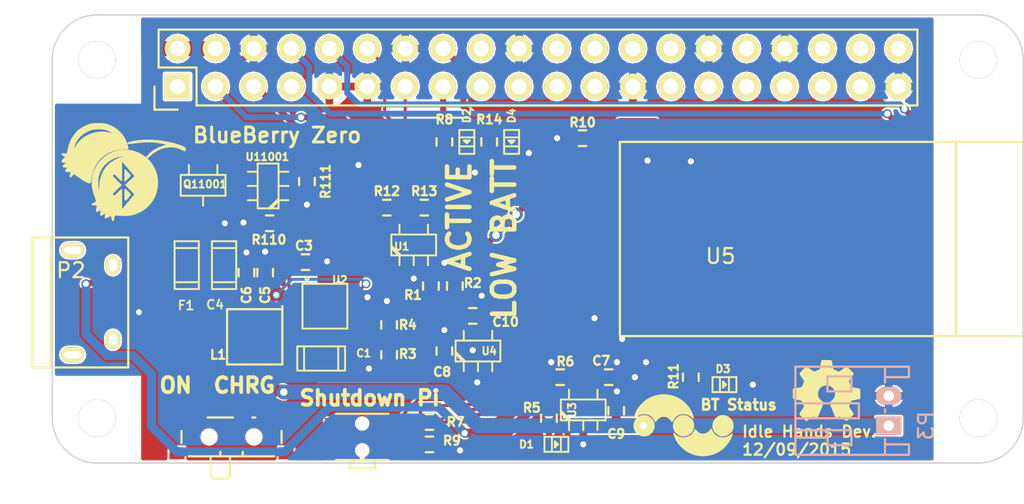
<source format=kicad_pcb>
(kicad_pcb (version 4) (host pcbnew "(2015-07-04 BZR 5884, Git c1bbf3e)-product")
  (layers (0 F.Cu signal) (31 B.Cu signal) (34 B.Paste user) (35 F.Paste user) (36 B.SilkS user) (37 F.SilkS user) (38 B.Mask user) (39 F.Mask user) (44 Edge.Cuts user))
  (net 0 "")
  (net 1 /VBATT)
  (net 2 GND)
  (net 3 "Net-(C3-Pad1)")
  (net 4 /BATT5V)
  (net 5 /USB5V)
  (net 6 /BATT)
  (net 7 +3V3)
  (net 8 "Net-(D1-Pad2)")
  (net 9 "Net-(D1-Pad1)")
  (net 10 "Net-(D2-Pad2)")
  (net 11 "Net-(D3-Pad2)")
  (net 12 +5V)
  (net 13 "Net-(L1-Pad2)")
  (net 14 "Net-(P1-Pad1)")
  (net 15 /sheet56654A17/5V_MCU)
  (net 16 /PI_I2C_SDA)
  (net 17 /PI_I2C_SCL)
  (net 18 "Net-(P1-Pad7)")
  (net 19 /PI_UART_TXD)
  (net 20 /PI_UART_RXD)
  (net 21 /UVSHUTDOWN)
  (net 22 /SHUTDOWN)
  (net 23 /SAFESHUT_LED)
  (net 24 "Net-(P1-Pad17)")
  (net 25 "Net-(P1-Pad18)")
  (net 26 "Net-(P1-Pad19)")
  (net 27 "Net-(P1-Pad21)")
  (net 28 "Net-(P1-Pad22)")
  (net 29 "Net-(P1-Pad23)")
  (net 30 "Net-(P1-Pad24)")
  (net 31 "Net-(P1-Pad26)")
  (net 32 "Net-(P1-Pad27)")
  (net 33 "Net-(P1-Pad28)")
  (net 34 "Net-(P1-Pad29)")
  (net 35 "Net-(P1-Pad31)")
  (net 36 "Net-(P1-Pad32)")
  (net 37 "Net-(P1-Pad33)")
  (net 38 "Net-(P1-Pad35)")
  (net 39 "Net-(P1-Pad36)")
  (net 40 "Net-(P1-Pad37)")
  (net 41 "Net-(P1-Pad38)")
  (net 42 "Net-(P1-Pad40)")
  (net 43 "Net-(P2-Pad2)")
  (net 44 "Net-(P2-Pad3)")
  (net 45 "Net-(P2-Pad5)")
  (net 46 "Net-(Q11001-Pad1)")
  (net 47 "Net-(R1-Pad2)")
  (net 48 /UVLO)
  (net 49 "Net-(R6-Pad1)")
  (net 50 "Net-(R11-Pad2)")
  (net 51 "Net-(SW1-Pad3)")
  (net 52 "Net-(U5-Pad34)")
  (net 53 "Net-(U5-Pad10)")
  (net 54 "Net-(U5-Pad9)")
  (net 55 "Net-(U5-Pad5)")
  (net 56 "Net-(U5-Pad6)")
  (net 57 "Net-(U5-Pad7)")
  (net 58 "Net-(U5-Pad8)")
  (net 59 "Net-(U5-Pad4)")
  (net 60 "Net-(U5-Pad3)")
  (net 61 "Net-(U5-Pad33)")
  (net 62 "Net-(U5-Pad32)")
  (net 63 "Net-(U5-Pad31)")
  (net 64 "Net-(U5-Pad30)")
  (net 65 "Net-(U5-Pad26)")
  (net 66 "Net-(U5-Pad27)")
  (net 67 "Net-(U5-Pad28)")
  (net 68 "Net-(U5-Pad29)")
  (net 69 "Net-(U5-Pad25)")
  (net 70 "Net-(U5-Pad23)")
  (net 71 "Net-(U5-Pad20)")
  (net 72 "Net-(U5-Pad14)")
  (net 73 "Net-(U5-Pad15)")
  (net 74 "Net-(U5-Pad18)")
  (net 75 "Net-(U5-Pad19)")
  (net 76 "Net-(U5-Pad17)")
  (net 77 "Net-(U5-Pad16)")
  (net 78 "Net-(D4-Pad2)")
  (net 79 /LOW_BATT_LED)
  (net 80 "Net-(R110-Pad1)")
  (module project_footprints:HC-06 (layer F.Cu) (at 165.25 84.25 270)
    (fp_text reference U5 (at 1.15 -6.24 360) (layer F.SilkS))
    (fp_text value HC-06 hide)
    (pad 34 smd rect (at 6.75 -19.25) (size 1 1.5) (layers F.Cu F.Paste F.Mask) (net 52 "Net-(U5-Pad34)"))
    (pad 21 smd rect (at 5.25 0.5 270) (size 1 1.5) (layers F.Cu F.Paste F.Mask) (net 2 GND))
    (pad 13 smd rect (at -6.75 -1.25) (size 1 1.5) (layers F.Cu F.Paste F.Mask) (net 2 GND))
    (pad 12 smd rect (at -6.75 -2.75) (size 1 1.5) (layers F.Cu F.Paste F.Mask) (net 7 +3V3))
    (pad 11 smd rect (at -6.75 -4.25) (size 1 1.5) (layers F.Cu F.Paste F.Mask) (net 2 GND))
    (pad 10 smd rect (at -6.75 -5.75) (size 1 1.5) (layers F.Cu F.Paste F.Mask) (net 53 "Net-(U5-Pad10)"))
    (pad 9 smd rect (at -6.75 -7.25) (size 1 1.5) (layers F.Cu F.Paste F.Mask) (net 54 "Net-(U5-Pad9)"))
    (pad 5 smd rect (at -6.75 -13.25) (size 1 1.5) (layers F.Cu F.Paste F.Mask) (net 55 "Net-(U5-Pad5)"))
    (pad 6 smd rect (at -6.75 -11.75) (size 1 1.5) (layers F.Cu F.Paste F.Mask) (net 56 "Net-(U5-Pad6)"))
    (pad 7 smd rect (at -6.75 -10.25) (size 1 1.5) (layers F.Cu F.Paste F.Mask) (net 57 "Net-(U5-Pad7)"))
    (pad 8 smd rect (at -6.75 -8.75) (size 1 1.5) (layers F.Cu F.Paste F.Mask) (net 58 "Net-(U5-Pad8)"))
    (pad 4 smd rect (at -6.75 -14.75) (size 1 1.5) (layers F.Cu F.Paste F.Mask) (net 59 "Net-(U5-Pad4)"))
    (pad 3 smd rect (at -6.75 -16.25) (size 1 1.5) (layers F.Cu F.Paste F.Mask) (net 60 "Net-(U5-Pad3)"))
    (pad 2 smd rect (at -6.75 -17.75) (size 1 1.5) (layers F.Cu F.Paste F.Mask) (net 19 /PI_UART_TXD))
    (pad 1 smd rect (at -6.75 -19.25) (size 1 1.5) (layers F.Cu F.Paste F.Mask) (net 20 /PI_UART_RXD))
    (pad 33 smd rect (at 6.75 -17.75) (size 1 1.5) (layers F.Cu F.Paste F.Mask) (net 61 "Net-(U5-Pad33)"))
    (pad 32 smd rect (at 6.75 -16.25) (size 1 1.5) (layers F.Cu F.Paste F.Mask) (net 62 "Net-(U5-Pad32)"))
    (pad 31 smd rect (at 6.75 -14.75) (size 1 1.5) (layers F.Cu F.Paste F.Mask) (net 63 "Net-(U5-Pad31)"))
    (pad 30 smd rect (at 6.75 -13.25) (size 1 1.5) (layers F.Cu F.Paste F.Mask) (net 64 "Net-(U5-Pad30)"))
    (pad 26 smd rect (at 6.75 -7.25) (size 1 1.5) (layers F.Cu F.Paste F.Mask) (net 65 "Net-(U5-Pad26)"))
    (pad 27 smd rect (at 6.75 -8.75) (size 1 1.5) (layers F.Cu F.Paste F.Mask) (net 66 "Net-(U5-Pad27)"))
    (pad 28 smd rect (at 6.75 -10.25) (size 1 1.5) (layers F.Cu F.Paste F.Mask) (net 67 "Net-(U5-Pad28)"))
    (pad 29 smd rect (at 6.75 -11.75) (size 1 1.5) (layers F.Cu F.Paste F.Mask) (net 68 "Net-(U5-Pad29)"))
    (pad 25 smd rect (at 6.75 -5.75) (size 1 1.5) (layers F.Cu F.Paste F.Mask) (net 69 "Net-(U5-Pad25)"))
    (pad 24 smd rect (at 6.75 -4.25) (size 1 1.5) (layers F.Cu F.Paste F.Mask) (net 50 "Net-(R11-Pad2)"))
    (pad 23 smd rect (at 6.75 -2.75) (size 1 1.5) (layers F.Cu F.Paste F.Mask) (net 70 "Net-(U5-Pad23)"))
    (pad 22 smd rect (at 6.75 -1.25) (size 1 1.5) (layers F.Cu F.Paste F.Mask) (net 2 GND))
    (pad 20 smd rect (at 3.75 0.5 270) (size 1 1.5) (layers F.Cu F.Paste F.Mask) (net 71 "Net-(U5-Pad20)"))
    (pad 14 smd rect (at -5.25 0.5 270) (size 1 1.5) (layers F.Cu F.Paste F.Mask) (net 72 "Net-(U5-Pad14)"))
    (pad 15 smd rect (at -3.75 0.5 270) (size 1 1.5) (layers F.Cu F.Paste F.Mask) (net 73 "Net-(U5-Pad15)"))
    (pad 18 smd rect (at 0.75 0.5 270) (size 1 1.5) (layers F.Cu F.Paste F.Mask) (net 74 "Net-(U5-Pad18)"))
    (pad 19 smd rect (at 2.25 0.5 270) (size 1 1.5) (layers F.Cu F.Paste F.Mask) (net 75 "Net-(U5-Pad19)"))
    (pad 17 smd rect (at -0.75 0.5 270) (size 1 1.5) (layers F.Cu F.Paste F.Mask) (net 76 "Net-(U5-Pad17)"))
    (pad 16 smd rect (at -2.25 0.5 270) (size 1 1.5) (layers F.Cu F.Paste F.Mask) (net 77 "Net-(U5-Pad16)"))
  )
  (module project_footprints:MountingHole_2.5mm (layer F.Cu) (at 129.75 96.25)
    (fp_text reference REF** hide)
    (fp_text value MountingHole_2.4mm hide)
    (pad 1 thru_hole circle (at 0 0) (size 2.5 2.5) (drill 2.5) (layers *.Cu))
  )
  (module project_footprints:MountingHole_2.5mm (layer F.Cu) (at 188.75 96.25)
    (fp_text reference REF** hide)
    (fp_text value MountingHole_2.4mm hide)
    (pad 1 thru_hole circle (at 0 0) (size 2.5 2.5) (drill 2.5) (layers *.Cu))
  )
  (module project_footprints:MountingHole_2.5mm (layer F.Cu) (at 188.75 72.25)
    (fp_text reference REF** hide)
    (fp_text value MountingHole_2.4mm hide)
    (pad 1 thru_hole circle (at 0 0) (size 2.5 2.5) (drill 2.5) (layers *.Cu))
  )
  (module project_footprint:c_1206 (layer F.Cu) (at 144.75 92.25 180)
    (fp_text reference C1 (at -2.85 0.35 180) (layer F.SilkS) (effects (font (size 0.50038 0.50038) (thickness 0.11938))))
    (fp_text value 10uF hide)
    (pad 1 smd rect (at 1.397 0 180) (size 1.6002 1.8034) (layers F.Cu F.Paste F.Mask) (net 1 /VBATT))
    (pad 2 smd rect (at -1.397 0 180) (size 1.6002 1.8034) (layers F.Cu F.Paste F.Mask) (net 2 GND))
  )
  (module project_footprint:C_0402_Hand (layer F.Cu) (at 143.7 85.8)
    (fp_text reference C3 (at -0.1 -1.1) (layer F.SilkS) (effects (font (size 0.6 0.6))))
    (fp_text value 0.1uF hide)
    (pad 1 smd rect (at -0.6 0) (size 0.7 0.6) (layers F.Cu F.Paste F.Mask) (net 3 "Net-(C3-Pad1)"))
    (pad 2 smd rect (at 0.6 0) (size 0.7 0.6) (layers F.Cu F.Paste F.Mask) (net 2 GND))
  )
  (module project_footprint:C_0402_Hand (layer F.Cu) (at 139.75 86.5 90)
    (fp_text reference C6 (at -1.5 0 90) (layer F.SilkS) (effects (font (size 0.6 0.6))))
    (fp_text value 0.1uF hide)
    (pad 1 smd rect (at -0.6 0 90) (size 0.7 0.6) (layers F.Cu F.Paste F.Mask) (net 4 /BATT5V))
    (pad 2 smd rect (at 0.6 0 90) (size 0.7 0.6) (layers F.Cu F.Paste F.Mask) (net 2 GND))
  )
  (module project_footprint:C_0402_Hand (layer F.Cu) (at 164 93.5)
    (fp_text reference C7 (at -0.5 -1.1) (layer F.SilkS) (effects (font (size 0.6 0.6))))
    (fp_text value 4.7uF hide)
    (pad 1 smd rect (at -0.6 0) (size 0.7 0.6) (layers F.Cu F.Paste F.Mask) (net 5 /USB5V))
    (pad 2 smd rect (at 0.6 0) (size 0.7 0.6) (layers F.Cu F.Paste F.Mask) (net 2 GND))
  )
  (module project_footprint:C_0402_Hand (layer F.Cu) (at 153 91.75 90)
    (fp_text reference C8 (at -1.4 -0.15 180) (layer F.SilkS) (effects (font (size 0.6 0.6))))
    (fp_text value 1.0uf hide)
    (pad 1 smd rect (at -0.6 0 90) (size 0.7 0.6) (layers F.Cu F.Paste F.Mask) (net 1 /VBATT))
    (pad 2 smd rect (at 0.6 0 90) (size 0.7 0.6) (layers F.Cu F.Paste F.Mask) (net 2 GND))
  )
  (module project_footprint:C_0402_Hand (layer F.Cu) (at 164.5 95.75 90)
    (fp_text reference C9 (at -1.55 0 180) (layer F.SilkS) (effects (font (size 0.6 0.6))))
    (fp_text value 4.7uF hide)
    (pad 1 smd rect (at -0.6 0 90) (size 0.7 0.6) (layers F.Cu F.Paste F.Mask) (net 6 /BATT))
    (pad 2 smd rect (at 0.6 0 90) (size 0.7 0.6) (layers F.Cu F.Paste F.Mask) (net 2 GND))
  )
  (module project_footprint:C_0402_Hand (layer F.Cu) (at 154.9 89.4)
    (fp_text reference C10 (at 2.2 0.4) (layer F.SilkS) (effects (font (size 0.6 0.6))))
    (fp_text value 1.0uf hide)
    (pad 1 smd rect (at -0.6 0) (size 0.7 0.6) (layers F.Cu F.Paste F.Mask) (net 7 +3V3))
    (pad 2 smd rect (at 0.6 0) (size 0.7 0.6) (layers F.Cu F.Paste F.Mask) (net 2 GND))
  )
  (module project_footprints:Led_0603 (layer F.Cu) (at 160.5 98)
    (fp_text reference D1 (at -2 0 180) (layer F.SilkS) (effects (font (size 0.5 0.5) (thickness 0.125))))
    (fp_text value Led_Small hide)
    (pad 2 smd rect (at -0.7493 0) (size 0.79756 0.79756) (layers F.Cu F.Paste F.Mask) (net 8 "Net-(D1-Pad2)"))
    (pad 1 smd rect (at 0.7493 0) (size 0.79756 0.79756) (layers F.Cu F.Paste F.Mask) (net 9 "Net-(D1-Pad1)"))
  )
  (module project_footprints:Led_0603 (layer F.Cu) (at 154.5 77.7493 270)
    (fp_text reference D2 (at -1.7493 0 450) (layer F.SilkS) (effects (font (size 0.5 0.5) (thickness 0.125))))
    (fp_text value Led_Small hide)
    (pad 2 smd rect (at -0.7493 0 270) (size 0.79756 0.79756) (layers F.Cu F.Paste F.Mask) (net 10 "Net-(D2-Pad2)"))
    (pad 1 smd rect (at 0.7493 0 270) (size 0.79756 0.79756) (layers F.Cu F.Paste F.Mask) (net 2 GND))
  )
  (module project_footprints:Led_0603 (layer F.Cu) (at 171.75 94)
    (fp_text reference D3 (at -0.1 -1.05 360) (layer F.SilkS) (effects (font (size 0.5 0.5) (thickness 0.125))))
    (fp_text value Led_Small hide)
    (pad 2 smd rect (at -0.7493 0) (size 0.79756 0.79756) (layers F.Cu F.Paste F.Mask) (net 11 "Net-(D3-Pad2)"))
    (pad 1 smd rect (at 0.7493 0) (size 0.79756 0.79756) (layers F.Cu F.Paste F.Mask) (net 2 GND))
  )
  (module project_footprints:c_1206 (layer F.Cu) (at 135.75 86 270)
    (fp_text reference F1 (at 2.7 0.05 360) (layer F.SilkS) (effects (font (size 0.6 0.6) (thickness 0.11938))))
    (fp_text value FUSE hide)
    (pad 1 smd rect (at 1.397 0 270) (size 1.6002 1.8034) (layers F.Cu F.Paste F.Mask) (net 4 /BATT5V))
    (pad 2 smd rect (at -1.397 0 270) (size 1.6002 1.8034) (layers F.Cu F.Paste F.Mask) (net 12 +5V))
  )
  (module project_footprints:I_1212 (layer F.Cu) (at 140.25 90.75 270)
    (fp_text reference L1 (at 1.25 2.4 360) (layer F.SilkS) (effects (font (size 0.6 0.6))))
    (fp_text value 2.2uH hide)
    (pad 1 smd rect (at 1.1 0 270) (size 1.15 3.3) (layers F.Cu F.Paste F.Mask) (net 1 /VBATT))
    (pad 2 smd rect (at -1.1 0 270) (size 1.15 3.3) (layers F.Cu F.Paste F.Mask) (net 13 "Net-(L1-Pad2)"))
  )
  (module Pin_Headers:Pin_Header_Straight_2x20 (layer F.Cu) (at 135.14 74.04 90)
    (fp_text reference P1 hide)
    (fp_text value Raspberry_Pi_+_Conn hide)
    (pad 1 thru_hole rect (at 0 0 90) (size 1.7272 1.7272) (drill 1.016) (layers *.Cu *.Mask F.SilkS) (net 14 "Net-(P1-Pad1)"))
    (pad 2 thru_hole oval (at 2.54 0 90) (size 1.7272 1.7272) (drill 1.016) (layers *.Cu *.Mask F.SilkS) (net 15 /sheet56654A17/5V_MCU))
    (pad 3 thru_hole oval (at 0 2.54 90) (size 1.7272 1.7272) (drill 1.016) (layers *.Cu *.Mask F.SilkS) (net 16 /PI_I2C_SDA))
    (pad 4 thru_hole oval (at 2.54 2.54 90) (size 1.7272 1.7272) (drill 1.016) (layers *.Cu *.Mask F.SilkS) (net 15 /sheet56654A17/5V_MCU))
    (pad 5 thru_hole oval (at 0 5.08 90) (size 1.7272 1.7272) (drill 1.016) (layers *.Cu *.Mask F.SilkS) (net 17 /PI_I2C_SCL))
    (pad 6 thru_hole oval (at 2.54 5.08 90) (size 1.7272 1.7272) (drill 1.016) (layers *.Cu *.Mask F.SilkS) (net 2 GND))
    (pad 7 thru_hole oval (at 0 7.62 90) (size 1.7272 1.7272) (drill 1.016) (layers *.Cu *.Mask F.SilkS) (net 18 "Net-(P1-Pad7)"))
    (pad 8 thru_hole oval (at 2.54 7.62 90) (size 1.7272 1.7272) (drill 1.016) (layers *.Cu *.Mask F.SilkS) (net 19 /PI_UART_TXD))
    (pad 9 thru_hole oval (at 0 10.16 90) (size 1.7272 1.7272) (drill 1.016) (layers *.Cu *.Mask F.SilkS) (net 2 GND))
    (pad 10 thru_hole oval (at 2.54 10.16 90) (size 1.7272 1.7272) (drill 1.016) (layers *.Cu *.Mask F.SilkS) (net 20 /PI_UART_RXD))
    (pad 11 thru_hole oval (at 0 12.7 90) (size 1.7272 1.7272) (drill 1.016) (layers *.Cu *.Mask F.SilkS) (net 2 GND))
    (pad 12 thru_hole oval (at 2.54 12.7 90) (size 1.7272 1.7272) (drill 1.016) (layers *.Cu *.Mask F.SilkS) (net 21 /UVSHUTDOWN))
    (pad 13 thru_hole oval (at 0 15.24 90) (size 1.7272 1.7272) (drill 1.016) (layers *.Cu *.Mask F.SilkS) (net 22 /SHUTDOWN))
    (pad 14 thru_hole oval (at 2.54 15.24 90) (size 1.7272 1.7272) (drill 1.016) (layers *.Cu *.Mask F.SilkS) (net 2 GND))
    (pad 15 thru_hole oval (at 0 17.78 90) (size 1.7272 1.7272) (drill 1.016) (layers *.Cu *.Mask F.SilkS) (net 23 /SAFESHUT_LED))
    (pad 16 thru_hole oval (at 2.54 17.78 90) (size 1.7272 1.7272) (drill 1.016) (layers *.Cu *.Mask F.SilkS) (net 79 /LOW_BATT_LED))
    (pad 17 thru_hole oval (at 0 20.32 90) (size 1.7272 1.7272) (drill 1.016) (layers *.Cu *.Mask F.SilkS) (net 24 "Net-(P1-Pad17)"))
    (pad 18 thru_hole oval (at 2.54 20.32 90) (size 1.7272 1.7272) (drill 1.016) (layers *.Cu *.Mask F.SilkS) (net 25 "Net-(P1-Pad18)"))
    (pad 19 thru_hole oval (at 0 22.86 90) (size 1.7272 1.7272) (drill 1.016) (layers *.Cu *.Mask F.SilkS) (net 26 "Net-(P1-Pad19)"))
    (pad 20 thru_hole oval (at 2.54 22.86 90) (size 1.7272 1.7272) (drill 1.016) (layers *.Cu *.Mask F.SilkS) (net 2 GND))
    (pad 21 thru_hole oval (at 0 25.4 90) (size 1.7272 1.7272) (drill 1.016) (layers *.Cu *.Mask F.SilkS) (net 27 "Net-(P1-Pad21)"))
    (pad 22 thru_hole oval (at 2.54 25.4 90) (size 1.7272 1.7272) (drill 1.016) (layers *.Cu *.Mask F.SilkS) (net 28 "Net-(P1-Pad22)"))
    (pad 23 thru_hole oval (at 0 27.94 90) (size 1.7272 1.7272) (drill 1.016) (layers *.Cu *.Mask F.SilkS) (net 29 "Net-(P1-Pad23)"))
    (pad 24 thru_hole oval (at 2.54 27.94 90) (size 1.7272 1.7272) (drill 1.016) (layers *.Cu *.Mask F.SilkS) (net 30 "Net-(P1-Pad24)"))
    (pad 25 thru_hole oval (at 0 30.48 90) (size 1.7272 1.7272) (drill 1.016) (layers *.Cu *.Mask F.SilkS) (net 2 GND))
    (pad 26 thru_hole oval (at 2.54 30.48 90) (size 1.7272 1.7272) (drill 1.016) (layers *.Cu *.Mask F.SilkS) (net 31 "Net-(P1-Pad26)"))
    (pad 27 thru_hole oval (at 0 33.02 90) (size 1.7272 1.7272) (drill 1.016) (layers *.Cu *.Mask F.SilkS) (net 32 "Net-(P1-Pad27)"))
    (pad 28 thru_hole oval (at 2.54 33.02 90) (size 1.7272 1.7272) (drill 1.016) (layers *.Cu *.Mask F.SilkS) (net 33 "Net-(P1-Pad28)"))
    (pad 29 thru_hole oval (at 0 35.56 90) (size 1.7272 1.7272) (drill 1.016) (layers *.Cu *.Mask F.SilkS) (net 34 "Net-(P1-Pad29)"))
    (pad 30 thru_hole oval (at 2.54 35.56 90) (size 1.7272 1.7272) (drill 1.016) (layers *.Cu *.Mask F.SilkS) (net 2 GND))
    (pad 31 thru_hole oval (at 0 38.1 90) (size 1.7272 1.7272) (drill 1.016) (layers *.Cu *.Mask F.SilkS) (net 35 "Net-(P1-Pad31)"))
    (pad 32 thru_hole oval (at 2.54 38.1 90) (size 1.7272 1.7272) (drill 1.016) (layers *.Cu *.Mask F.SilkS) (net 36 "Net-(P1-Pad32)"))
    (pad 33 thru_hole oval (at 0 40.64 90) (size 1.7272 1.7272) (drill 1.016) (layers *.Cu *.Mask F.SilkS) (net 37 "Net-(P1-Pad33)"))
    (pad 34 thru_hole oval (at 2.54 40.64 90) (size 1.7272 1.7272) (drill 1.016) (layers *.Cu *.Mask F.SilkS) (net 2 GND))
    (pad 35 thru_hole oval (at 0 43.18 90) (size 1.7272 1.7272) (drill 1.016) (layers *.Cu *.Mask F.SilkS) (net 38 "Net-(P1-Pad35)"))
    (pad 36 thru_hole oval (at 2.54 43.18 90) (size 1.7272 1.7272) (drill 1.016) (layers *.Cu *.Mask F.SilkS) (net 39 "Net-(P1-Pad36)"))
    (pad 37 thru_hole oval (at 0 45.72 90) (size 1.7272 1.7272) (drill 1.016) (layers *.Cu *.Mask F.SilkS) (net 40 "Net-(P1-Pad37)"))
    (pad 38 thru_hole oval (at 2.54 45.72 90) (size 1.7272 1.7272) (drill 1.016) (layers *.Cu *.Mask F.SilkS) (net 41 "Net-(P1-Pad38)"))
    (pad 39 thru_hole oval (at 0 48.26 90) (size 1.7272 1.7272) (drill 1.016) (layers *.Cu *.Mask F.SilkS) (net 2 GND))
    (pad 40 thru_hole oval (at 2.54 48.26 90) (size 1.7272 1.7272) (drill 1.016) (layers *.Cu *.Mask F.SilkS) (net 42 "Net-(P1-Pad40)"))
  )
  (module Connect:USB_Micro-B (layer F.Cu) (at 129.25 88.5 270)
    (fp_text reference P2 (at -2.15 1.25 360) (layer F.SilkS))
    (fp_text value USB_B hide)
    (pad 1 smd rect (at -1.3009 -1.56254) (size 1.35 0.4) (layers F.Cu F.Paste F.Mask) (net 5 /USB5V))
    (pad 2 smd rect (at -0.6509 -1.56254) (size 1.35 0.4) (layers F.Cu F.Paste F.Mask) (net 43 "Net-(P2-Pad2)"))
    (pad 3 smd rect (at -0.0009 -1.56254) (size 1.35 0.4) (layers F.Cu F.Paste F.Mask) (net 44 "Net-(P2-Pad3)"))
    (pad 4 smd rect (at 0.6491 -1.56254) (size 1.35 0.4) (layers F.Cu F.Paste F.Mask) (net 2 GND))
    (pad 5 smd rect (at 1.2991 -1.56254) (size 1.35 0.4) (layers F.Cu F.Paste F.Mask) (net 45 "Net-(P2-Pad5)"))
    (pad 6 thru_hole oval (at -2.5009 -1.56254) (size 0.95 1.25) (drill oval 0.55 0.85) (layers *.Cu *.Mask F.SilkS))
    (pad 6 thru_hole oval (at 2.4991 -1.56254) (size 0.95 1.25) (drill oval 0.55 0.85) (layers *.Cu *.Mask F.SilkS))
    (pad 6 thru_hole oval (at -3.5009 1.13746) (size 1.55 1) (drill oval 1.15 0.5) (layers *.Cu *.Mask F.SilkS))
    (pad 6 thru_hole oval (at 3.4991 1.13746) (size 1.55 1) (drill oval 1.15 0.5) (layers *.Cu *.Mask F.SilkS))
  )
  (module project_footprints:SOT23 (layer F.Cu) (at 136.8475 80.65664 180)
    (fp_text reference Q11001 (at -0.12488 0.0725 180) (layer F.SilkS) (effects (font (size 0.5 0.5) (thickness 0.125))))
    (fp_text value BSS138 hide)
    (pad 1 smd rect (at -0.9525 1.05664 180) (size 0.59944 1.00076) (layers F.Cu F.Paste F.Mask) (net 46 "Net-(Q11001-Pad1)"))
    (pad 3 smd rect (at 0 -1.05664 180) (size 0.59944 1.00076) (layers F.Cu F.Paste F.Mask) (net 12 +5V))
    (pad 2 smd rect (at 0.9525 1.05664 180) (size 0.59944 1.00076) (layers F.Cu F.Paste F.Mask) (net 15 /sheet56654A17/5V_MCU))
  )
  (module project_footprints:R_0402_Hand (layer F.Cu) (at 152.1 87.4 90)
    (fp_text reference R1 (at -0.6 -1.2 180) (layer F.SilkS) (effects (font (size 0.6 0.6))))
    (fp_text value 470K hide)
    (pad 1 smd rect (at -0.6 0 90) (size 0.7 0.6) (layers F.Cu F.Paste F.Mask) (net 1 /VBATT))
    (pad 2 smd rect (at 0.6 0 90) (size 0.7 0.6) (layers F.Cu F.Paste F.Mask) (net 47 "Net-(R1-Pad2)"))
  )
  (module project_footprints:R_0402_Hand (layer F.Cu) (at 153.7 87.4 90)
    (fp_text reference R2 (at 0.2 1.2 360) (layer F.SilkS) (effects (font (size 0.6 0.6))))
    (fp_text value 1.7M hide)
    (pad 1 smd rect (at -0.6 0 90) (size 0.7 0.6) (layers F.Cu F.Paste F.Mask) (net 47 "Net-(R1-Pad2)"))
    (pad 2 smd rect (at 0.6 0 90) (size 0.7 0.6) (layers F.Cu F.Paste F.Mask) (net 2 GND))
  )
  (module project_footprints:R_0402_Hand (layer F.Cu) (at 149.3 92 90)
    (fp_text reference R3 (at 0.05 1.25 180) (layer F.SilkS) (effects (font (size 0.6 0.6))))
    (fp_text value 3.4M hide)
    (pad 1 smd rect (at -0.6 0 90) (size 0.7 0.6) (layers F.Cu F.Paste F.Mask) (net 1 /VBATT))
    (pad 2 smd rect (at 0.6 0 90) (size 0.7 0.6) (layers F.Cu F.Paste F.Mask) (net 48 /UVLO))
  )
  (module project_footprints:R_0402_Hand (layer F.Cu) (at 149.3 90 90)
    (fp_text reference R4 (at 0 1.25 180) (layer F.SilkS) (effects (font (size 0.6 0.6))))
    (fp_text value 250k hide)
    (pad 1 smd rect (at -0.6 0 90) (size 0.7 0.6) (layers F.Cu F.Paste F.Mask) (net 48 /UVLO))
    (pad 2 smd rect (at 0.6 0 90) (size 0.7 0.6) (layers F.Cu F.Paste F.Mask) (net 2 GND))
  )
  (module project_footprints:R_0402_Hand (layer F.Cu) (at 160 96.25 90)
    (fp_text reference R5 (at 0.7 -1.15 180) (layer F.SilkS) (effects (font (size 0.6 0.6))))
    (fp_text value 1K hide)
    (pad 1 smd rect (at -0.6 0 90) (size 0.7 0.6) (layers F.Cu F.Paste F.Mask) (net 8 "Net-(D1-Pad2)"))
    (pad 2 smd rect (at 0.6 0 90) (size 0.7 0.6) (layers F.Cu F.Paste F.Mask) (net 5 /USB5V))
  )
  (module project_footprints:R_0402_Hand (layer F.Cu) (at 160.75 93.5 180)
    (fp_text reference R6 (at -0.35 1.05 180) (layer F.SilkS) (effects (font (size 0.6 0.6))))
    (fp_text value 2K hide)
    (pad 1 smd rect (at -0.6 0 180) (size 0.7 0.6) (layers F.Cu F.Paste F.Mask) (net 49 "Net-(R6-Pad1)"))
    (pad 2 smd rect (at 0.6 0 180) (size 0.7 0.6) (layers F.Cu F.Paste F.Mask) (net 2 GND))
  )
  (module project_footprints:R_0402_Hand (layer F.Cu) (at 152 96.5 180)
    (fp_text reference R7 (at -1.75 0 180) (layer F.SilkS) (effects (font (size 0.6 0.6))))
    (fp_text value 1K hide)
    (pad 1 smd rect (at -0.6 0 180) (size 0.7 0.6) (layers F.Cu F.Paste F.Mask) (net 22 /SHUTDOWN))
    (pad 2 smd rect (at 0.6 0 180) (size 0.7 0.6) (layers F.Cu F.Paste F.Mask) (net 21 /UVSHUTDOWN))
  )
  (module project_footprints:R_0402_Hand (layer F.Cu) (at 153 77.75 90)
    (fp_text reference R8 (at 1.5 0 180) (layer F.SilkS) (effects (font (size 0.6 0.6))))
    (fp_text value 1K hide)
    (pad 1 smd rect (at -0.6 0 90) (size 0.7 0.6) (layers F.Cu F.Paste F.Mask) (net 10 "Net-(D2-Pad2)"))
    (pad 2 smd rect (at 0.6 0 90) (size 0.7 0.6) (layers F.Cu F.Paste F.Mask) (net 23 /SAFESHUT_LED))
  )
  (module project_footprints:R_0402_Hand (layer F.Cu) (at 152 98)
    (fp_text reference R9 (at 1.5 -0.25) (layer F.SilkS) (effects (font (size 0.6 0.6))))
    (fp_text value 10K hide)
    (pad 1 smd rect (at -0.6 0) (size 0.7 0.6) (layers F.Cu F.Paste F.Mask) (net 21 /UVSHUTDOWN))
    (pad 2 smd rect (at 0.6 0) (size 0.7 0.6) (layers F.Cu F.Paste F.Mask) (net 2 GND))
  )
  (module project_footprints:R_0402_Hand (layer F.Cu) (at 162.25 77.5)
    (fp_text reference R10 (at 0 -1.05) (layer F.SilkS) (effects (font (size 0.6 0.6))))
    (fp_text value 10K hide)
    (pad 1 smd rect (at -0.6 0) (size 0.7 0.6) (layers F.Cu F.Paste F.Mask) (net 2 GND))
    (pad 2 smd rect (at 0.6 0) (size 0.7 0.6) (layers F.Cu F.Paste F.Mask) (net 7 +3V3))
  )
  (module project_footprints:R_0402_Hand (layer F.Cu) (at 169.5 93.5 90)
    (fp_text reference R11 (at 0.05 -1.15 90) (layer F.SilkS) (effects (font (size 0.6 0.6))))
    (fp_text value 1K hide)
    (pad 1 smd rect (at -0.6 0 90) (size 0.7 0.6) (layers F.Cu F.Paste F.Mask) (net 11 "Net-(D3-Pad2)"))
    (pad 2 smd rect (at 0.6 0 90) (size 0.7 0.6) (layers F.Cu F.Paste F.Mask) (net 50 "Net-(R11-Pad2)"))
  )
  (module project_footprints:R_0402_Hand (layer F.Cu) (at 149.15 82.15 180)
    (fp_text reference R12 (at 0 1.1 180) (layer F.SilkS) (effects (font (size 0.6 0.6))))
    (fp_text value 22K hide)
    (pad 1 smd rect (at -0.6 0 180) (size 0.7 0.6) (layers F.Cu F.Paste F.Mask) (net 7 +3V3))
    (pad 2 smd rect (at 0.6 0 180) (size 0.7 0.6) (layers F.Cu F.Paste F.Mask) (net 17 /PI_I2C_SCL))
  )
  (module project_footprints:R_0402_Hand (layer F.Cu) (at 151.65 82.15)
    (fp_text reference R13 (at 0 -1.1) (layer F.SilkS) (effects (font (size 0.6 0.6))))
    (fp_text value 22K hide)
    (pad 1 smd rect (at -0.6 0) (size 0.7 0.6) (layers F.Cu F.Paste F.Mask) (net 7 +3V3))
    (pad 2 smd rect (at 0.6 0) (size 0.7 0.6) (layers F.Cu F.Paste F.Mask) (net 16 /PI_I2C_SDA))
  )
  (module project_footprints:R_0402_Hand (layer F.Cu) (at 141.3 83.2 180)
    (fp_text reference R110 (at 0.05 -1.1 180) (layer F.SilkS) (effects (font (size 0.6 0.6))))
    (fp_text value 10k hide)
    (pad 1 smd rect (at -0.6 0 180) (size 0.7 0.6) (layers F.Cu F.Paste F.Mask) (net 80 "Net-(R110-Pad1)"))
    (pad 2 smd rect (at 0.6 0 180) (size 0.7 0.6) (layers F.Cu F.Paste F.Mask) (net 2 GND))
  )
  (module project_footprints:R_0402_Hand (layer F.Cu) (at 143.8 80.4 270)
    (fp_text reference R111 (at 0 -1.25 270) (layer F.SilkS) (effects (font (size 0.6 0.6))))
    (fp_text value 47k hide)
    (pad 1 smd rect (at -0.6 0 270) (size 0.7 0.6) (layers F.Cu F.Paste F.Mask) (net 46 "Net-(Q11001-Pad1)"))
    (pad 2 smd rect (at 0.6 0 270) (size 0.7 0.6) (layers F.Cu F.Paste F.Mask) (net 2 GND))
  )
  (module Buttons_Switches_SMD:SW_SPDT_PCM12 (layer F.Cu) (at 138.75 97.175)
    (fp_text reference SW1 hide)
    (fp_text value Switch_SPDT_x2 hide)
    (pad "" np_thru_hole circle (at -1.5 0.325) (size 0.9 0.9) (drill 0.9) (layers *.Cu *.Mask))
    (pad "" np_thru_hole circle (at 1.5 0.325) (size 0.9 0.9) (drill 0.9) (layers *.Cu *.Mask))
    (pad 1 smd rect (at -2.25 -1.425) (size 0.7 1.5) (layers F.Cu F.Paste F.Mask) (net 1 /VBATT))
    (pad 2 smd rect (at 0.75 -1.425) (size 0.7 1.5) (layers F.Cu F.Paste F.Mask) (net 6 /BATT))
    (pad 3 smd rect (at 2.25 -1.425) (size 0.7 1.5) (layers F.Cu F.Paste F.Mask) (net 51 "Net-(SW1-Pad3)"))
    (pad "" smd rect (at -3.65 1.425) (size 1 0.8) (layers F.Cu F.Paste F.Mask))
    (pad "" smd rect (at 3.65 1.425) (size 1 0.8) (layers F.Cu F.Paste F.Mask))
    (pad "" smd rect (at 3.65 -0.775) (size 1 0.8) (layers F.Cu F.Paste F.Mask))
    (pad "" smd rect (at -3.65 -0.775) (size 1 0.8) (layers F.Cu F.Paste F.Mask))
  )
  (module Buttons_Switches_SMD:SW_SPST_EVQP7C (layer F.Cu) (at 147.5 97.5)
    (fp_text reference SW2 hide)
    (fp_text value SW_PUSH hide)
    (pad 1 smd rect (at 1.8 -0.725) (size 1.4 1.05) (layers F.Cu F.Paste F.Mask) (net 7 +3V3))
    (pad 1 smd rect (at -1.8 -0.725) (size 1.4 1.05) (layers F.Cu F.Paste F.Mask) (net 7 +3V3))
    (pad 2 smd rect (at 1.8 0.725) (size 1.4 1.05) (layers F.Cu F.Paste F.Mask) (net 21 /UVSHUTDOWN))
    (pad 2 smd rect (at -1.8 0.725) (size 1.4 1.05) (layers F.Cu F.Paste F.Mask) (net 21 /UVSHUTDOWN))
    (pad "" np_thru_hole circle (at 0 -0.9) (size 0.7 0.7) (drill 0.7) (layers *.Cu *.Mask))
    (pad "" np_thru_hole circle (at 0 0.9) (size 0.7 0.7) (drill 0.7) (layers *.Cu *.Mask))
  )
  (module project_footprints:sot23-5 (layer F.Cu) (at 150.9475 84.65)
    (fp_text reference U1 (at -0.7975 0.1 180) (layer F.SilkS) (effects (font (size 0.5 0.5) (thickness 0.125))))
    (fp_text value MCP3021 hide)
    (pad 1 smd rect (at -0.9525 1.05664) (size 0.59944 1.00076) (layers F.Cu F.Paste F.Mask) (net 7 +3V3))
    (pad 3 smd rect (at 0.9525 1.05664) (size 0.59944 1.00076) (layers F.Cu F.Paste F.Mask) (net 47 "Net-(R1-Pad2)"))
    (pad 2 smd rect (at 0 1.05664) (size 0.59944 1.00076) (layers F.Cu F.Paste F.Mask) (net 2 GND))
    (pad 4 smd rect (at 0.9525 -1.05664) (size 0.59944 1.00076) (layers F.Cu F.Paste F.Mask) (net 16 /PI_I2C_SDA))
    (pad 5 smd rect (at -0.9525 -1.05664) (size 0.59944 1.00076) (layers F.Cu F.Paste F.Mask) (net 17 /PI_I2C_SCL))
  )
  (module project_footprints:PVSON-10 (layer F.Cu) (at 145.00074 88.75032 270)
    (fp_text reference U2 (at -1.75032 -0.99926 540) (layer F.SilkS) (effects (font (size 0.5 0.5) (thickness 0.125))))
    (fp_text value TPS61202 hide)
    (pad 9 smd rect (at -1.55 -0.25 270) (size 0.7 0.28) (layers F.Cu F.Paste F.Mask) (net 2 GND))
    (pad 9 smd rect (at -1.55 0.25 270) (size 0.7 0.28) (layers F.Cu F.Paste F.Mask) (net 2 GND))
    (pad 9 smd rect (at 1.55 0.25 270) (size 0.7 0.28) (layers F.Cu F.Paste F.Mask) (net 2 GND))
    (pad 10 smd rect (at -0.99968 -1.50074 270) (size 0.28 0.85) (layers F.Cu F.Paste F.Mask) (net 4 /BATT5V))
    (pad 9 smd rect (at -0.49968 -1.50074 270) (size 0.28 0.85) (layers F.Cu F.Paste F.Mask) (net 2 GND))
    (pad 8 smd rect (at 0.00032 -1.50074 270) (size 0.28 0.85) (layers F.Cu F.Paste F.Mask) (net 1 /VBATT))
    (pad 7 smd rect (at 0.50032 -1.50074 270) (size 0.28 0.85) (layers F.Cu F.Paste F.Mask) (net 48 /UVLO))
    (pad 6 smd rect (at 1.00032 -1.50074 270) (size 0.28 0.85) (layers F.Cu F.Paste F.Mask) (net 1 /VBATT))
    (pad 5 smd rect (at 1.00032 1.49926 270) (size 0.28 0.85) (layers F.Cu F.Paste F.Mask) (net 1 /VBATT))
    (pad 4 smd rect (at 0.50032 1.49926 270) (size 0.28 0.85) (layers F.Cu F.Paste F.Mask) (net 2 GND))
    (pad 3 smd rect (at 0.00032 1.49926 270) (size 0.28 0.85) (layers F.Cu F.Paste F.Mask) (net 13 "Net-(L1-Pad2)"))
    (pad 2 smd rect (at -0.49968 1.49926 270) (size 0.28 0.85) (layers F.Cu F.Paste F.Mask) (net 4 /BATT5V))
    (pad 1 smd rect (at -0.99968 1.49926 270) (size 0.28 0.85) (layers F.Cu F.Paste F.Mask) (net 3 "Net-(C3-Pad1)"))
    (pad 9 smd rect (at 1.55 -0.25 270) (size 0.7 0.28) (layers F.Cu F.Paste F.Mask) (net 2 GND))
    (pad 9 smd rect (at 0 0 270) (size 2.4 1.65) (layers F.Cu F.Paste F.Mask) (net 2 GND))
  )
  (module project_footprints:sot23-5 (layer F.Cu) (at 162.2975 95.69336)
    (fp_text reference U3 (at -0.75 0 270) (layer F.SilkS) (effects (font (size 0.5 0.5) (thickness 0.125))))
    (fp_text value MCP73831 hide)
    (pad 1 smd rect (at -0.9525 1.05664) (size 0.59944 1.00076) (layers F.Cu F.Paste F.Mask) (net 9 "Net-(D1-Pad1)"))
    (pad 3 smd rect (at 0.9525 1.05664) (size 0.59944 1.00076) (layers F.Cu F.Paste F.Mask) (net 6 /BATT))
    (pad 2 smd rect (at 0 1.05664) (size 0.59944 1.00076) (layers F.Cu F.Paste F.Mask) (net 2 GND))
    (pad 4 smd rect (at 0.9525 -1.05664) (size 0.59944 1.00076) (layers F.Cu F.Paste F.Mask) (net 5 /USB5V))
    (pad 5 smd rect (at -0.9525 -1.05664) (size 0.59944 1.00076) (layers F.Cu F.Paste F.Mask) (net 49 "Net-(R6-Pad1)"))
  )
  (module project_footprints:sot23-5 (layer F.Cu) (at 155.25 91.75)
    (fp_text reference U4 (at 0.75 0 180) (layer F.SilkS) (effects (font (size 0.5 0.5) (thickness 0.125))))
    (fp_text value TLV71333DBV hide)
    (pad 1 smd rect (at -0.9525 1.05664) (size 0.59944 1.00076) (layers F.Cu F.Paste F.Mask) (net 1 /VBATT))
    (pad 3 smd rect (at 0.9525 1.05664) (size 0.59944 1.00076) (layers F.Cu F.Paste F.Mask) (net 1 /VBATT))
    (pad 2 smd rect (at 0 1.05664) (size 0.59944 1.00076) (layers F.Cu F.Paste F.Mask) (net 2 GND))
    (pad 4 smd rect (at 0.9525 -1.05664) (size 0.59944 1.00076) (layers F.Cu F.Paste F.Mask))
    (pad 5 smd rect (at -0.9525 -1.05664) (size 0.59944 1.00076) (layers F.Cu F.Paste F.Mask) (net 7 +3V3))
  )
  (module project_footprints:sot23-6 (layer F.Cu) (at 141.2 80.7 90)
    (fp_text reference U11001 (at 1.95 -0.05 180) (layer F.SilkS) (effects (font (size 0.5 0.5) (thickness 0.125))))
    (fp_text value DMMT5401 hide)
    (pad 1 smd rect (at -0.9525 1.05664 90) (size 0.59944 1.00076) (layers F.Cu F.Paste F.Mask) (net 80 "Net-(R110-Pad1)"))
    (pad 3 smd rect (at 0.9525 1.05664 90) (size 0.59944 1.00076) (layers F.Cu F.Paste F.Mask) (net 80 "Net-(R110-Pad1)"))
    (pad 2 smd rect (at 0 1.05664 90) (size 0.59944 1.00076) (layers F.Cu F.Paste F.Mask) (net 80 "Net-(R110-Pad1)"))
    (pad 4 smd rect (at 0.9525 -1.05664 90) (size 0.59944 1.00076) (layers F.Cu F.Paste F.Mask) (net 46 "Net-(Q11001-Pad1)"))
    (pad 6 smd rect (at -0.9525 -1.05664 90) (size 0.59944 1.00076) (layers F.Cu F.Paste F.Mask) (net 12 +5V))
    (pad 5 smd rect (at 0 -1.05664 90) (size 0.59944 1.00076) (layers F.Cu F.Paste F.Mask) (net 15 /sheet56654A17/5V_MCU))
  )
  (module project_footprints:MountingHole_2.5mm (layer F.Cu) (at 129.75 72.25)
    (fp_text reference REF** hide)
    (fp_text value MountingHole_2.4mm hide)
    (pad 1 thru_hole circle (at 0 0) (size 2.5 2.5) (drill 2.5) (layers *.Cu))
  )
  (module Connectors_JST_PH:Connectors_JST_S2B-PH-K (layer B.Cu) (at 182.75 96.75 90)
    (fp_text reference P3 (at 0 2.5 90) (layer B.SilkS) (effects (justify mirror)))
    (fp_text value CONN_01X02 hide)
    (pad 1 thru_hole rect (at 0 0 90) (size 1.2 1.7) (drill 0.7) (layers *.Cu *.Mask B.SilkS) (net 6 /BATT))
    (pad 2 thru_hole oval (at 2 0 90) (size 1.2 1.7) (drill 0.7) (layers *.Cu *.Mask B.SilkS) (net 2 GND))
  )
  (module project_footprints:C_0402_Hand (layer F.Cu) (at 141 86.5 90)
    (fp_text reference C5 (at -1.5 0 90) (layer F.SilkS) (effects (font (size 0.6 0.6))))
    (fp_text value 1uF hide)
    (pad 1 smd rect (at -0.6 0 90) (size 0.7 0.6) (layers F.Cu F.Paste F.Mask) (net 4 /BATT5V))
    (pad 2 smd rect (at 0.6 0 90) (size 0.7 0.6) (layers F.Cu F.Paste F.Mask) (net 2 GND))
  )
  (module project_footprints:c_1206 (layer F.Cu) (at 138.25 86 270)
    (fp_text reference C4 (at 2.65 0.6 360) (layer F.SilkS) (effects (font (size 0.6 0.6) (thickness 0.11938))))
    (fp_text value 10uF hide)
    (pad 1 smd rect (at 1.397 0 270) (size 1.6002 1.8034) (layers F.Cu F.Paste F.Mask) (net 4 /BATT5V))
    (pad 2 smd rect (at -1.397 0 270) (size 1.6002 1.8034) (layers F.Cu F.Paste F.Mask) (net 2 GND))
  )
  (module project_footprints:Led_0603 (layer F.Cu) (at 157.5 77.75 270)
    (fp_text reference D4 (at -1.75 0 450) (layer F.SilkS) (effects (font (size 0.5 0.5) (thickness 0.125))))
    (fp_text value Led_Small hide)
    (pad 2 smd rect (at -0.7493 0 270) (size 0.79756 0.79756) (layers F.Cu F.Paste F.Mask) (net 78 "Net-(D4-Pad2)"))
    (pad 1 smd rect (at 0.7493 0 270) (size 0.79756 0.79756) (layers F.Cu F.Paste F.Mask) (net 2 GND))
  )
  (module project_footprints:R_0402_Hand (layer F.Cu) (at 156 77.75 90)
    (fp_text reference R14 (at 1.5 0 180) (layer F.SilkS) (effects (font (size 0.6 0.6))))
    (fp_text value 1K hide)
    (pad 1 smd rect (at -0.6 0 90) (size 0.7 0.6) (layers F.Cu F.Paste F.Mask) (net 78 "Net-(D4-Pad2)"))
    (pad 2 smd rect (at 0.6 0 90) (size 0.7 0.6) (layers F.Cu F.Paste F.Mask) (net 79 /LOW_BATT_LED))
  )
  (module project_footprints:BlueberryLogo (layer F.Cu) (at 131.5 79.7)
    (fp_text reference G*** hide)
    (fp_text value LOGO hide)
  )
  (module project_footprints:IdlehandsdevLogo (layer F.Cu) (at 169 96.7)
    (fp_text reference G*** hide)
    (fp_text value LOGO hide)
  )
  (module project_footprints:OSHLogo (layer F.Cu) (at 178.6 94.45)
    (fp_text reference G*** hide)
    (fp_text value LOGO hide)
  )
  (gr_text "Shutdown Pi" (at 148 94.9) (layer F.SilkS) (effects (font (size 1 1) (thickness 0.25))))
  (gr_text "BT Status" (at 172.7 95.35) (layer F.SilkS) (effects (font (size 0.7 0.7) (thickness 0.175))))
  (gr_text "Idle Hands Dev.\n12/09/2015" (at 172.85 97.75) (layer F.SilkS) (effects (font (size 0.75 0.75)) (justify left)))
  (gr_text "BlueBerry Zero\n" (at 141.8 77.3) (layer F.SilkS) (effects (font (size 1 1) (thickness 0.2))))
  (gr_text "ON  CHRG" (at 137.8 94.05) (layer F.SilkS) (effects (font (size 1 1) (thickness 0.25))))
  (gr_text "LOW BATT\n" (at 157 84.25 90) (layer F.SilkS) (effects (font (size 1.5 1.5) (thickness 0.3))))
  (gr_text ACTIVE (at 154 82.75 90) (layer F.SilkS) (effects (font (size 1.5 1.5) (thickness 0.3))))
  (gr_line (start 126.75 96.25) (end 126.75 72.25) (layer Edge.Cuts) (width 0.1))
  (gr_line (start 129.75 99.25) (end 188.75 99.25) (layer Edge.Cuts) (width 0.1))
  (gr_line (start 191.75 72.25) (end 191.75 96.25) (layer Edge.Cuts) (width 0.1))
  (gr_line (start 129.75 69.25) (end 188.75 69.25) (layer Edge.Cuts) (width 0.1))
  (gr_arc (start 129.75 72.25) (end 126.75 72.25) (angle 90) (layer Edge.Cuts) (width 0.1))
  (gr_arc (start 129.75 96.25) (end 129.75 99.25) (angle 90) (layer Edge.Cuts) (width 0.1))
  (gr_arc (start 188.75 72.25) (end 188.75 69.25) (angle 90) (layer Edge.Cuts) (width 0.1))
  (gr_arc (start 188.75 96.25) (end 191.75 96.25) (angle 90) (layer Edge.Cuts) (width 0.1))
  (segment (start 148.6 88.6) (end 148.44936 88.75064) (width 0.2) (layer F.Cu) (net 1))
  (segment (start 148.44936 88.75064) (end 146.50148 88.75064) (width 0.2) (layer F.Cu) (net 1))
  (segment (start 148.6 88.165598) (end 148.6 88.6) (width 0.2) (layer F.Cu) (net 1))
  (segment (start 152.1 88) (end 149.534402 88) (width 0.2) (layer F.Cu) (net 1))
  (segment (start 149.534402 88) (end 149.404401 87.869999) (width 0.2) (layer F.Cu) (net 1))
  (segment (start 149.404401 87.869999) (end 148.895599 87.869999) (width 0.2) (layer F.Cu) (net 1))
  (segment (start 148.895599 87.869999) (end 148.6 88.165598) (width 0.2) (layer F.Cu) (net 1))
  (segment (start 153 92.35) (end 153 92.3) (width 0.2) (layer F.Cu) (net 1))
  (segment (start 152.1 88.55) (end 152.1 88) (width 0.2) (layer F.Cu) (net 1))
  (segment (start 153 92.3) (end 152.1 91.4) (width 0.2) (layer F.Cu) (net 1))
  (segment (start 152.1 91.4) (end 152.1 88.55) (width 0.2) (layer F.Cu) (net 1))
  (segment (start 154.2975 93.70702) (end 154.2975 93.523232) (width 0.4) (layer F.Cu) (net 1))
  (segment (start 155.7 94.9) (end 154.9 94.9) (width 0.4) (layer F.Cu) (net 1))
  (segment (start 154.2975 93.523232) (end 154.2975 92.80664) (width 0.4) (layer F.Cu) (net 1))
  (segment (start 154.2975 94.2975) (end 154.2975 93.523232) (width 0.4) (layer F.Cu) (net 1))
  (segment (start 156.2025 92.80664) (end 156.2025 93.70702) (width 0.4) (layer F.Cu) (net 1))
  (segment (start 154.9 94.9) (end 154.2975 94.2975) (width 0.4) (layer F.Cu) (net 1))
  (segment (start 156.2025 93.70702) (end 156.2 93.70952) (width 0.4) (layer F.Cu) (net 1))
  (segment (start 156.2 93.70952) (end 156.2 94.4) (width 0.4) (layer F.Cu) (net 1))
  (segment (start 156.2 94.4) (end 155.7 94.9) (width 0.4) (layer F.Cu) (net 1))
  (segment (start 151.848299 93.551701) (end 149.200877 93.551701) (width 0.4) (layer F.Cu) (net 1))
  (segment (start 149.200877 93.551701) (end 144.5531 93.5517) (width 0.4) (layer F.Cu) (net 1))
  (segment (start 149.3 92.6) (end 149.3 93.452578) (width 0.4) (layer F.Cu) (net 1))
  (segment (start 149.3 93.452578) (end 149.200877 93.551701) (width 0.4) (layer F.Cu) (net 1))
  (segment (start 153 92.35) (end 153 92.4) (width 0.4) (layer F.Cu) (net 1))
  (segment (start 153 92.4) (end 151.848299 93.551701) (width 0.4) (layer F.Cu) (net 1))
  (segment (start 144.5531 93.5517) (end 143.353 92.3516) (width 0.4) (layer F.Cu) (net 1))
  (segment (start 143.353 92.3516) (end 143.353 92.25) (width 0.4) (layer F.Cu) (net 1))
  (segment (start 154.2975 92.80664) (end 153.45664 92.80664) (width 0.4) (layer F.Cu) (net 1))
  (segment (start 153.45664 92.80664) (end 153 92.35) (width 0.4) (layer F.Cu) (net 1))
  (segment (start 147.5 90) (end 147.5 90.75) (width 0.2) (layer F.Cu) (net 1))
  (segment (start 147.5 90.75) (end 149.3 92.55) (width 0.2) (layer F.Cu) (net 1))
  (segment (start 149.3 92.55) (end 149.3 92.6) (width 0.2) (layer F.Cu) (net 1))
  (segment (start 147.25064 89.75064) (end 147.5 90) (width 0.2) (layer F.Cu) (net 1))
  (segment (start 146.50148 89.75064) (end 147.25064 89.75064) (width 0.2) (layer F.Cu) (net 1))
  (segment (start 147.85 88.15) (end 148.9 88.15) (width 0.2) (layer B.Cu) (net 2))
  (segment (start 148.9 88.15) (end 149.15 88.4) (width 0.2) (layer B.Cu) (net 2))
  (via (at 147.85 88.15) (size 0.6) (drill 0.4) (layers F.Cu B.Cu) (net 2))
  (segment (start 146.50148 88.25064) (end 147.74936 88.25064) (width 0.2) (layer F.Cu) (net 2))
  (segment (start 147.74936 88.25064) (end 147.85 88.15) (width 0.2) (layer F.Cu) (net 2))
  (via (at 147.85 88.15) (size 0.6) (drill 0.4) (layers F.Cu B.Cu) (net 2))
  (via (at 162.2975 97.9975) (size 0.6) (drill 0.4) (layers F.Cu B.Cu) (net 2))
  (segment (start 162.2975 96.75) (end 162.2975 97.9975) (width 0.4) (layer F.Cu) (net 2))
  (segment (start 155.5 89.4) (end 155.5 88.05) (width 0.4) (layer F.Cu) (net 2))
  (via (at 155.5 88.05) (size 0.6) (drill 0.4) (layers F.Cu B.Cu) (net 2))
  (via (at 147.25 79.3) (size 0.6) (drill 0.4) (layers F.Cu B.Cu) (net 2))
  (segment (start 143.8 81.95) (end 144.6 81.95) (width 0.25) (layer B.Cu) (net 2))
  (segment (start 144.6 81.95) (end 147.25 79.3) (width 0.25) (layer B.Cu) (net 2))
  (via (at 147.25 79.3) (size 0.6) (drill 0.4) (layers F.Cu B.Cu) (net 2))
  (via (at 154.9 91.7) (size 0.6) (drill 0.4) (layers F.Cu B.Cu) (net 2))
  (segment (start 155.25 92.80664) (end 155.25 92.05) (width 0.25) (layer F.Cu) (net 2))
  (segment (start 155.25 92.05) (end 154.9 91.7) (width 0.25) (layer F.Cu) (net 2))
  (via (at 154.9 91.7) (size 0.6) (drill 0.4) (layers F.Cu B.Cu) (net 2))
  (via (at 164.55 94.45) (size 0.6) (drill 0.4) (layers F.Cu B.Cu) (net 2))
  (segment (start 164.5 95.15) (end 164.5 94.5) (width 0.2) (layer F.Cu) (net 2))
  (segment (start 164.5 94.5) (end 164.55 94.45) (width 0.2) (layer F.Cu) (net 2))
  (via (at 164.55 94.45) (size 0.6) (drill 0.4) (layers F.Cu B.Cu) (net 2))
  (via (at 164.55 92.5) (size 0.6) (drill 0.4) (layers F.Cu B.Cu) (net 2))
  (segment (start 164.6 93.5) (end 164.6 92.55) (width 0.2) (layer F.Cu) (net 2))
  (segment (start 164.6 92.55) (end 164.55 92.5) (width 0.2) (layer F.Cu) (net 2))
  (via (at 164.55 92.5) (size 0.6) (drill 0.4) (layers F.Cu B.Cu) (net 2))
  (via (at 160.15 92.5) (size 0.6) (drill 0.4) (layers F.Cu B.Cu) (net 2))
  (segment (start 160.15 93.5) (end 160.15 92.5) (width 0.2) (layer F.Cu) (net 2))
  (via (at 160.15 92.5) (size 0.6) (drill 0.4) (layers F.Cu B.Cu) (net 2))
  (via (at 154.05 98.4) (size 0.6) (drill 0.4) (layers F.Cu B.Cu) (net 2))
  (segment (start 152.6 98) (end 153.65 98) (width 0.2) (layer F.Cu) (net 2))
  (segment (start 153.65 98) (end 154.05 98.4) (width 0.2) (layer F.Cu) (net 2))
  (via (at 154.05 98.4) (size 0.6) (drill 0.4) (layers F.Cu B.Cu) (net 2))
  (via (at 173.65 94) (size 0.6) (drill 0.4) (layers F.Cu B.Cu) (net 2))
  (segment (start 172.4993 94) (end 173.65 94) (width 0.2) (layer F.Cu) (net 2))
  (via (at 173.65 94) (size 0.6) (drill 0.4) (layers F.Cu B.Cu) (net 2))
  (via (at 163.05 89.55) (size 0.6) (drill 0.4) (layers F.Cu B.Cu) (net 2))
  (segment (start 164.75 89.5) (end 163.1 89.5) (width 0.2) (layer F.Cu) (net 2))
  (segment (start 163.1 89.5) (end 163.05 89.55) (width 0.2) (layer F.Cu) (net 2))
  (via (at 163.05 89.55) (size 0.6) (drill 0.4) (layers F.Cu B.Cu) (net 2))
  (via (at 164.9 90.95) (size 0.6) (drill 0.4) (layers F.Cu B.Cu) (net 2))
  (segment (start 166.5 91) (end 164.95 91) (width 0.2) (layer F.Cu) (net 2))
  (segment (start 164.95 91) (end 164.9 90.95) (width 0.2) (layer F.Cu) (net 2))
  (via (at 164.9 90.95) (size 0.6) (drill 0.4) (layers F.Cu B.Cu) (net 2))
  (via (at 165.75 93.5) (size 0.6) (drill 0.4) (layers F.Cu B.Cu) (net 2))
  (segment (start 166.5 92.5) (end 166.5 92.75) (width 0.2) (layer B.Cu) (net 2))
  (segment (start 166.5 92.75) (end 165.75 93.5) (width 0.2) (layer B.Cu) (net 2))
  (via (at 165.75 93.5) (size 0.6) (drill 0.4) (layers F.Cu B.Cu) (net 2))
  (segment (start 166.5 91) (end 166.5 92.5) (width 0.2) (layer F.Cu) (net 2))
  (via (at 166.5 92.5) (size 0.6) (drill 0.4) (layers F.Cu B.Cu) (net 2))
  (via (at 169.5 79.05) (size 0.6) (drill 0.4) (layers F.Cu B.Cu) (net 2))
  (segment (start 169.5 77.5) (end 169.5 79.05) (width 0.2) (layer F.Cu) (net 2))
  (via (at 169.5 79.05) (size 0.6) (drill 0.4) (layers F.Cu B.Cu) (net 2))
  (via (at 166.6 79) (size 0.6) (drill 0.4) (layers F.Cu B.Cu) (net 2))
  (segment (start 166.5 77.5) (end 166.5 78.9) (width 0.2) (layer F.Cu) (net 2))
  (segment (start 166.5 78.9) (end 166.6 79) (width 0.2) (layer F.Cu) (net 2))
  (via (at 166.6 79) (size 0.6) (drill 0.4) (layers F.Cu B.Cu) (net 2))
  (via (at 160.55 77.5) (size 0.6) (drill 0.4) (layers F.Cu B.Cu) (net 2))
  (segment (start 161.65 77.5) (end 160.55 77.5) (width 0.2) (layer F.Cu) (net 2))
  (via (at 160.55 77.5) (size 0.6) (drill 0.4) (layers F.Cu B.Cu) (net 2))
  (via (at 158.65 78.5) (size 0.6) (drill 0.4) (layers F.Cu B.Cu) (net 2))
  (segment (start 157.5 78.4993) (end 158.6493 78.4993) (width 0.2) (layer F.Cu) (net 2))
  (segment (start 158.6493 78.4993) (end 158.65 78.5) (width 0.2) (layer F.Cu) (net 2))
  (via (at 158.65 78.5) (size 0.6) (drill 0.4) (layers F.Cu B.Cu) (net 2))
  (via (at 155.05 79.8) (size 0.6) (drill 0.4) (layers F.Cu B.Cu) (net 2))
  (segment (start 154.5 78.4986) (end 154.5 79.25) (width 0.2) (layer F.Cu) (net 2))
  (segment (start 154.5 79.25) (end 155.05 79.8) (width 0.2) (layer F.Cu) (net 2))
  (via (at 155.05 79.8) (size 0.6) (drill 0.4) (layers F.Cu B.Cu) (net 2))
  (segment (start 155.25 92.80664) (end 155.25 92.15) (width 0.2) (layer F.Cu) (net 2))
  (segment (start 155.25 92.15) (end 154.95 91.85) (width 0.2) (layer F.Cu) (net 2))
  (via (at 155.2 93.85) (size 0.6) (drill 0.4) (layers F.Cu B.Cu) (net 2))
  (segment (start 155.25 92.80664) (end 155.25 93.8) (width 0.2) (layer F.Cu) (net 2))
  (segment (start 155.25 93.8) (end 155.2 93.85) (width 0.2) (layer F.Cu) (net 2))
  (via (at 155.2 93.85) (size 0.6) (drill 0.4) (layers F.Cu B.Cu) (net 2))
  (via (at 147.95 92.921691) (size 0.6) (drill 0.4) (layers F.Cu B.Cu) (net 2))
  (segment (start 146.147 92.25) (end 147.278309 92.25) (width 0.2) (layer F.Cu) (net 2))
  (segment (start 147.278309 92.25) (end 147.95 92.921691) (width 0.2) (layer F.Cu) (net 2))
  (via (at 147.95 92.921691) (size 0.6) (drill 0.4) (layers F.Cu B.Cu) (net 2))
  (via (at 143.8 81.95) (size 0.6) (drill 0.4) (layers F.Cu B.Cu) (net 2))
  (segment (start 143.8 81) (end 143.8 81.95) (width 0.2) (layer F.Cu) (net 2))
  (via (at 143.8 81.95) (size 0.6) (drill 0.4) (layers F.Cu B.Cu) (net 2))
  (segment (start 153 91.15) (end 153 90.35) (width 0.2) (layer F.Cu) (net 2))
  (via (at 153 90.35) (size 0.6) (drill 0.4) (layers F.Cu B.Cu) (net 2))
  (segment (start 149.15 88.4) (end 149.15 89.25) (width 0.2) (layer F.Cu) (net 2))
  (segment (start 149.15 89.25) (end 149.3 89.4) (width 0.2) (layer F.Cu) (net 2))
  (via (at 149.15 88.4) (size 0.6) (drill 0.4) (layers F.Cu B.Cu) (net 2))
  (segment (start 149.1 88.45) (end 149.15 88.4) (width 0.2) (layer B.Cu) (net 2))
  (via (at 149.15 88.4) (size 0.6) (drill 0.4) (layers F.Cu B.Cu) (net 2))
  (segment (start 144.3 85.8) (end 145.1 85.8) (width 0.2) (layer F.Cu) (net 2))
  (segment (start 145.1 85.8) (end 145.15 85.75) (width 0.2) (layer F.Cu) (net 2))
  (via (at 145.15 85.75) (size 0.6) (drill 0.4) (layers F.Cu B.Cu) (net 2))
  (segment (start 141 85.1) (end 141 85.9) (width 0.2) (layer F.Cu) (net 2))
  (via (at 141 85.1) (size 0.6) (drill 0.4) (layers F.Cu B.Cu) (net 2))
  (segment (start 139.75 85.15) (end 140.95 85.15) (width 0.2) (layer B.Cu) (net 2))
  (segment (start 140.95 85.15) (end 141 85.1) (width 0.2) (layer B.Cu) (net 2))
  (via (at 141 85.1) (size 0.6) (drill 0.4) (layers F.Cu B.Cu) (net 2))
  (segment (start 139.75 85.9) (end 139.75 85.15) (width 0.2) (layer F.Cu) (net 2))
  (via (at 139.75 85.15) (size 0.6) (drill 0.4) (layers F.Cu B.Cu) (net 2))
  (segment (start 139.55 83.15) (end 140.65 83.15) (width 0.2) (layer F.Cu) (net 2))
  (segment (start 140.65 83.15) (end 140.7 83.2) (width 0.2) (layer F.Cu) (net 2))
  (via (at 139.55 83.15) (size 0.6) (drill 0.4) (layers F.Cu B.Cu) (net 2))
  (segment (start 138.3 83.2) (end 139.5 83.2) (width 0.2) (layer B.Cu) (net 2))
  (segment (start 139.5 83.2) (end 139.55 83.15) (width 0.2) (layer B.Cu) (net 2))
  (via (at 139.55 83.15) (size 0.6) (drill 0.4) (layers F.Cu B.Cu) (net 2))
  (segment (start 138.25 84.603) (end 138.25 83.25) (width 0.2) (layer F.Cu) (net 2))
  (segment (start 138.25 83.25) (end 138.3 83.2) (width 0.2) (layer F.Cu) (net 2))
  (via (at 138.3 83.2) (size 0.6) (drill 0.4) (layers F.Cu B.Cu) (net 2))
  (segment (start 130.81254 89.1491) (end 132.5491 89.1491) (width 0.2) (layer F.Cu) (net 2))
  (segment (start 132.5491 89.1491) (end 132.55 89.15) (width 0.2) (layer F.Cu) (net 2))
  (via (at 132.55 89.15) (size 0.6) (drill 0.4) (layers F.Cu B.Cu) (net 2))
  (segment (start 150.9475 85.70664) (end 150.9475 86.8975) (width 0.2) (layer F.Cu) (net 2))
  (segment (start 150.9475 86.8975) (end 150.95 86.9) (width 0.2) (layer F.Cu) (net 2))
  (via (at 150.95 86.9) (size 0.6) (drill 0.4) (layers F.Cu B.Cu) (net 2))
  (segment (start 153.7 86.8) (end 153.7 86.55) (width 0.2) (layer F.Cu) (net 2))
  (segment (start 153.7 86.55) (end 153 85.85) (width 0.2) (layer F.Cu) (net 2))
  (via (at 153 85.85) (size 0.6) (drill 0.4) (layers F.Cu B.Cu) (net 2))
  (segment (start 144.3 85.8) (end 144.7 85.8) (width 0.4) (layer F.Cu) (net 2))
  (segment (start 140.22 71.5) (end 138.92 72.8) (width 0.4) (layer F.Cu) (net 2))
  (segment (start 143.50148 89.25064) (end 144.50042 89.25064) (width 0.2) (layer F.Cu) (net 2))
  (segment (start 144.50042 89.25064) (end 145.00074 88.75032) (width 0.2) (layer F.Cu) (net 2))
  (segment (start 146.50148 88.25064) (end 145.50042 88.25064) (width 0.2) (layer F.Cu) (net 2))
  (segment (start 145.50042 88.25064) (end 145.00074 88.75032) (width 0.2) (layer F.Cu) (net 2))
  (segment (start 145.00106 88.75064) (end 145.00074 88.75032) (width 0.2) (layer F.Cu) (net 2))
  (segment (start 142.6 86.8) (end 143.1 86.3) (width 0.2) (layer F.Cu) (net 3))
  (segment (start 143.1 86.3) (end 143.1 85.8) (width 0.2) (layer F.Cu) (net 3))
  (segment (start 142.6 87.47416) (end 142.6 86.8) (width 0.2) (layer F.Cu) (net 3))
  (segment (start 143.50148 87.75064) (end 142.87648 87.75064) (width 0.2) (layer F.Cu) (net 3))
  (segment (start 142.87648 87.75064) (end 142.6 87.47416) (width 0.2) (layer F.Cu) (net 3))
  (segment (start 142.799999 86.950001) (end 141.75 88) (width 0.2) (layer B.Cu) (net 4))
  (via (at 141.75 88) (size 0.6) (drill 0.4) (layers F.Cu B.Cu) (net 4))
  (segment (start 147.75 87.25) (end 147.450001 86.950001) (width 0.2) (layer B.Cu) (net 4))
  (segment (start 147.450001 86.950001) (end 142.799999 86.950001) (width 0.2) (layer B.Cu) (net 4))
  (segment (start 146.50148 87.75064) (end 147.24936 87.75064) (width 0.2) (layer F.Cu) (net 4))
  (segment (start 147.24936 87.75064) (end 147.75 87.25) (width 0.2) (layer F.Cu) (net 4))
  (via (at 147.75 87.25) (size 0.6) (drill 0.4) (layers F.Cu B.Cu) (net 4))
  (segment (start 146.50148 87.75064) (end 146.78648 87.75064) (width 0.2) (layer F.Cu) (net 4))
  (segment (start 146.78648 87.75064) (end 146.78712 87.75) (width 0.2) (layer F.Cu) (net 4))
  (segment (start 154.352885 97.247115) (end 152.60578 95.50001) (width 0.6) (layer B.Cu) (net 5))
  (segment (start 152.60578 95.50001) (end 145.29999 95.50001) (width 0.6) (layer B.Cu) (net 5))
  (segment (start 145.29999 95.50001) (end 142.3 98.5) (width 0.6) (layer B.Cu) (net 5))
  (segment (start 142.3 98.5) (end 135.1 98.5) (width 0.6) (layer B.Cu) (net 5))
  (segment (start 129 87.674264) (end 129 87.25) (width 0.6) (layer B.Cu) (net 5))
  (segment (start 135.1 98.5) (end 133.4 96.8) (width 0.6) (layer B.Cu) (net 5))
  (segment (start 133.4 96.8) (end 133.4 93.3) (width 0.6) (layer B.Cu) (net 5))
  (segment (start 133.4 93.3) (end 132.15411 92.05411) (width 0.6) (layer B.Cu) (net 5))
  (segment (start 132.15411 92.05411) (end 130.437673 92.05411) (width 0.6) (layer B.Cu) (net 5))
  (segment (start 129 90.616437) (end 129 87.674264) (width 0.6) (layer B.Cu) (net 5))
  (segment (start 130.437673 92.05411) (end 129 90.616437) (width 0.6) (layer B.Cu) (net 5))
  (segment (start 154.352885 97.247115) (end 157.223226 97.247115) (width 0.6) (layer F.Cu) (net 5))
  (segment (start 157.223226 97.247115) (end 158.820341 95.65) (width 0.6) (layer F.Cu) (net 5))
  (segment (start 158.820341 95.65) (end 160 95.65) (width 0.6) (layer F.Cu) (net 5))
  (via (at 154.352885 97.247115) (size 0.6) (drill 0.4) (layers F.Cu B.Cu) (net 5))
  (via (at 154.352885 97.247115) (size 0.6) (drill 0.4) (layers F.Cu B.Cu) (net 5))
  (segment (start 163.25 94.63672) (end 163.25 93.65) (width 0.4) (layer F.Cu) (net 5))
  (segment (start 163.25 93.65) (end 163.4 93.5) (width 0.4) (layer F.Cu) (net 5))
  (segment (start 160 95.65) (end 162.23672 95.65) (width 0.4) (layer F.Cu) (net 5))
  (segment (start 162.23672 95.65) (end 163.25 94.63672) (width 0.4) (layer F.Cu) (net 5))
  (segment (start 159.9 95.75) (end 160 95.65) (width 0.4) (layer F.Cu) (net 5))
  (segment (start 130.81254 87.1991) (end 129.0509 87.1991) (width 0.4) (layer F.Cu) (net 5))
  (segment (start 129.0509 87.1991) (end 129 87.25) (width 0.4) (layer F.Cu) (net 5))
  (via (at 129 87.25) (size 0.6) (drill 0.4) (layers F.Cu B.Cu) (net 5))
  (segment (start 166.318702 96.75) (end 164.505418 96.75) (width 1) (layer F.Cu) (net 6))
  (segment (start 164.505418 96.75) (end 164.5 96.744582) (width 1) (layer F.Cu) (net 6))
  (segment (start 164.5 96.35) (end 164.5 96.744582) (width 0.6) (layer F.Cu) (net 6))
  (segment (start 164.5 96.744582) (end 164.494582 96.75) (width 0.6) (layer F.Cu) (net 6))
  (segment (start 166.318702 96.75) (end 155.269998 96.75) (width 1) (layer B.Cu) (net 6))
  (segment (start 182.75 96.75) (end 166.318702 96.75) (width 1) (layer B.Cu) (net 6))
  (via (at 166.318702 96.75) (size 0.89) (drill 0.5) (layers F.Cu B.Cu) (net 6))
  (segment (start 153.019998 94.5) (end 155.269998 96.75) (width 1) (layer B.Cu) (net 6))
  (segment (start 142.25 94.5) (end 153.019998 94.5) (width 1) (layer B.Cu) (net 6))
  (segment (start 139.5 95.75) (end 139.5 95.069998) (width 0.8) (layer F.Cu) (net 6))
  (segment (start 139.5 95.069998) (end 140.169999 94.399999) (width 0.8) (layer F.Cu) (net 6))
  (segment (start 140.169999 94.399999) (end 142.149999 94.399999) (width 0.8) (layer F.Cu) (net 6))
  (segment (start 142.149999 94.399999) (end 142.25 94.5) (width 0.8) (layer F.Cu) (net 6))
  (via (at 142.25 94.5) (size 0.89) (drill 0.5) (layers F.Cu B.Cu) (net 6))
  (segment (start 154.2975 90.69336) (end 154.79722 90.69336) (width 0.2) (layer F.Cu) (net 7))
  (segment (start 154.79722 90.69336) (end 156.110119 92.006259) (width 0.2) (layer F.Cu) (net 7))
  (segment (start 156.872221 92.262259) (end 156.872221 94.527779) (width 0.2) (layer F.Cu) (net 7))
  (segment (start 154.08001 95.33001) (end 153.75 95) (width 0.2) (layer F.Cu) (net 7))
  (segment (start 156.110119 92.006259) (end 156.616221 92.006259) (width 0.2) (layer F.Cu) (net 7))
  (segment (start 156.616221 92.006259) (end 156.872221 92.262259) (width 0.2) (layer F.Cu) (net 7))
  (segment (start 156.872221 94.527779) (end 156.06999 95.33001) (width 0.2) (layer F.Cu) (net 7))
  (segment (start 156.06999 95.33001) (end 154.08001 95.33001) (width 0.2) (layer F.Cu) (net 7))
  (segment (start 153.75 95) (end 151.25 95) (width 0.2) (layer F.Cu) (net 7))
  (segment (start 151.25 95) (end 149.475 96.775) (width 0.2) (layer F.Cu) (net 7))
  (segment (start 149.475 96.775) (end 149.3 96.775) (width 0.2) (layer F.Cu) (net 7))
  (segment (start 162.15 79) (end 162.85 78.3) (width 0.4) (layer F.Cu) (net 7))
  (segment (start 162.85 78.3) (end 162.85 77.5) (width 0.4) (layer F.Cu) (net 7))
  (segment (start 161.4 79) (end 162.15 79) (width 0.4) (layer F.Cu) (net 7))
  (segment (start 157.8 82.6) (end 157.8 82.65) (width 0.4) (layer B.Cu) (net 7))
  (segment (start 157.8 82.65) (end 156.45 84) (width 0.4) (layer B.Cu) (net 7))
  (via (at 157.8 82.6) (size 0.89) (drill 0.5) (layers F.Cu B.Cu) (net 7))
  (segment (start 161.4 79) (end 157.8 82.6) (width 0.4) (layer F.Cu) (net 7))
  (via (at 157.8 82.6) (size 0.89) (drill 0.5) (layers F.Cu B.Cu) (net 7))
  (segment (start 162.85 77.5) (end 163.6 77.5) (width 0.4) (layer F.Cu) (net 7))
  (segment (start 163.6 77.5) (end 164.75 76.35) (width 0.4) (layer F.Cu) (net 7))
  (segment (start 164.75 76.35) (end 167.1 76.35) (width 0.4) (layer F.Cu) (net 7))
  (segment (start 167.1 76.35) (end 168 77.25) (width 0.4) (layer F.Cu) (net 7))
  (segment (start 168 77.25) (end 168 77.5) (width 0.4) (layer F.Cu) (net 7))
  (segment (start 162.8 77.55) (end 162.85 77.5) (width 0.4) (layer F.Cu) (net 7))
  (segment (start 154.330001 86.185999) (end 154.330001 86.119999) (width 0.4) (layer F.Cu) (net 7))
  (segment (start 154.330001 86.119999) (end 156.45 84) (width 0.4) (layer F.Cu) (net 7))
  (via (at 156.45 84) (size 0.89) (drill 0.5) (layers F.Cu B.Cu) (net 7))
  (segment (start 151.05 82.15) (end 151.05 84.210038) (width 0.4) (layer F.Cu) (net 7))
  (segment (start 151.05 84.210038) (end 150.383779 84.876259) (width 0.4) (layer F.Cu) (net 7))
  (segment (start 149.75 82.15) (end 151.05 82.15) (width 0.4) (layer F.Cu) (net 7))
  (segment (start 154.3 89.4) (end 154.3 88.7) (width 0.4) (layer F.Cu) (net 7))
  (segment (start 154.3 88.7) (end 154.330001 88.669999) (width 0.4) (layer F.Cu) (net 7))
  (segment (start 154.330001 88.669999) (end 154.330001 86.185999) (width 0.4) (layer F.Cu) (net 7))
  (segment (start 154.330001 86.185999) (end 153.020261 84.876259) (width 0.4) (layer F.Cu) (net 7))
  (segment (start 153.020261 84.876259) (end 150.383779 84.876259) (width 0.4) (layer F.Cu) (net 7))
  (segment (start 150.383779 84.876259) (end 149.995 85.265038) (width 0.4) (layer F.Cu) (net 7))
  (segment (start 149.995 85.265038) (end 149.995 85.70664) (width 0.4) (layer F.Cu) (net 7))
  (segment (start 154.2975 90.69336) (end 154.2975 89.4025) (width 0.4) (layer F.Cu) (net 7))
  (segment (start 154.2975 89.4025) (end 154.3 89.4) (width 0.4) (layer F.Cu) (net 7))
  (segment (start 149.3 96.775) (end 148.637002 96.775) (width 0.2) (layer F.Cu) (net 7))
  (segment (start 148.637002 96.775) (end 148.162001 97.250001) (width 0.2) (layer F.Cu) (net 7))
  (segment (start 148.162001 97.250001) (end 147.075001 97.250001) (width 0.2) (layer F.Cu) (net 7))
  (segment (start 147.075001 97.250001) (end 146.6 96.775) (width 0.2) (layer F.Cu) (net 7))
  (segment (start 146.6 96.775) (end 145.7 96.775) (width 0.2) (layer F.Cu) (net 7))
  (segment (start 160 96.85) (end 160 97.7507) (width 0.4) (layer F.Cu) (net 8))
  (segment (start 160 97.7507) (end 159.7507 98) (width 0.4) (layer F.Cu) (net 8))
  (segment (start 161.2493 98) (end 161.2493 96.8457) (width 0.4) (layer F.Cu) (net 9))
  (segment (start 161.2493 96.8457) (end 161.345 96.75) (width 0.4) (layer F.Cu) (net 9))
  (segment (start 153 78.35) (end 153.15 78.35) (width 0.4) (layer F.Cu) (net 10))
  (segment (start 153.15 78.35) (end 154.5 77) (width 0.4) (layer F.Cu) (net 10))
  (segment (start 169.5 94.1) (end 170.9007 94.1) (width 0.2) (layer F.Cu) (net 11))
  (segment (start 170.9007 94.1) (end 171.0007 94) (width 0.2) (layer F.Cu) (net 11))
  (segment (start 135.14 71.5) (end 133.918686 71.5) (width 1) (layer F.Cu) (net 15))
  (segment (start 133.918686 71.5) (end 133.576399 71.842287) (width 1) (layer F.Cu) (net 15))
  (segment (start 133.576399 71.842287) (end 133.576399 79.576399) (width 1) (layer F.Cu) (net 15))
  (segment (start 137.68 71.5) (end 135.14 71.5) (width 1) (layer F.Cu) (net 15))
  (segment (start 143.4 76.1) (end 139.74 76.1) (width 0.4) (layer B.Cu) (net 16))
  (segment (start 139.74 76.1) (end 137.68 74.04) (width 0.4) (layer B.Cu) (net 16))
  (via (at 143.4 76.1) (size 0.6) (drill 0.4) (layers F.Cu B.Cu) (net 16))
  (segment (start 152.25 82.15) (end 152.2 82.15) (width 0.4) (layer F.Cu) (net 16))
  (segment (start 152.2 82.15) (end 146.15 76.1) (width 0.4) (layer F.Cu) (net 16))
  (segment (start 146.15 76.1) (end 143.4 76.1) (width 0.4) (layer F.Cu) (net 16))
  (via (at 143.4 76.1) (size 0.6) (drill 0.4) (layers F.Cu B.Cu) (net 16))
  (segment (start 151.9 83.59336) (end 151.9 82.5) (width 0.4) (layer F.Cu) (net 16))
  (segment (start 151.9 82.5) (end 152.25 82.15) (width 0.4) (layer F.Cu) (net 16))
  (segment (start 148.55 82.15) (end 148.5 82.15) (width 0.4) (layer F.Cu) (net 17))
  (segment (start 148.5 82.15) (end 140.39 74.04) (width 0.4) (layer F.Cu) (net 17))
  (segment (start 140.39 74.04) (end 140.22 74.04) (width 0.4) (layer F.Cu) (net 17))
  (segment (start 149.995 83.59336) (end 149.99336 83.59336) (width 0.4) (layer F.Cu) (net 17))
  (segment (start 149.99336 83.59336) (end 148.55 82.15) (width 0.4) (layer F.Cu) (net 17))
  (segment (start 182.65 75.863611) (end 145.357081 75.863611) (width 0.4) (layer B.Cu) (net 19))
  (segment (start 145.357081 75.863611) (end 143.953601 74.460131) (width 0.4) (layer B.Cu) (net 19))
  (segment (start 143.953601 74.460131) (end 143.953601 72.693601) (width 0.4) (layer B.Cu) (net 19))
  (segment (start 143.953601 72.693601) (end 143.623599 72.363599) (width 0.4) (layer B.Cu) (net 19))
  (segment (start 143.623599 72.363599) (end 142.76 71.5) (width 0.4) (layer B.Cu) (net 19))
  (segment (start 183 77.5) (end 183 76.213611) (width 0.4) (layer F.Cu) (net 19))
  (segment (start 183 76.213611) (end 182.65 75.863611) (width 0.4) (layer F.Cu) (net 19))
  (via (at 182.65 75.863611) (size 0.6) (drill 0.4) (layers F.Cu B.Cu) (net 19))
  (segment (start 183.8 75.55) (end 183.483601 75.233601) (width 0.4) (layer B.Cu) (net 20))
  (segment (start 183.483601 75.233601) (end 147.267071 75.233601) (width 0.4) (layer B.Cu) (net 20))
  (segment (start 147.267071 75.233601) (end 146.493601 74.460131) (width 0.4) (layer B.Cu) (net 20))
  (segment (start 146.493601 74.460131) (end 146.493601 72.693601) (width 0.4) (layer B.Cu) (net 20))
  (segment (start 146.493601 72.693601) (end 146.163599 72.363599) (width 0.4) (layer B.Cu) (net 20))
  (segment (start 146.163599 72.363599) (end 145.3 71.5) (width 0.4) (layer B.Cu) (net 20))
  (segment (start 184.5 77.5) (end 184.5 76.25) (width 0.4) (layer F.Cu) (net 20))
  (segment (start 184.5 76.25) (end 183.8 75.55) (width 0.4) (layer F.Cu) (net 20))
  (via (at 183.8 75.55) (size 0.6) (drill 0.4) (layers F.Cu B.Cu) (net 20))
  (segment (start 151.4 96.5) (end 151.4 95.80001) (width 0.2) (layer F.Cu) (net 21))
  (segment (start 151.4 95.80001) (end 151.80001 95.4) (width 0.2) (layer F.Cu) (net 21))
  (segment (start 151.80001 95.4) (end 153.584302 95.4) (width 0.2) (layer F.Cu) (net 21))
  (segment (start 153.584302 95.4) (end 153.844321 95.660019) (width 0.2) (layer F.Cu) (net 21))
  (segment (start 153.844321 95.660019) (end 156.2128 95.660019) (width 0.2) (layer F.Cu) (net 21))
  (segment (start 156.2128 95.660019) (end 157.202231 94.670588) (width 0.2) (layer F.Cu) (net 21))
  (segment (start 157.202231 94.670588) (end 157.202231 83.602231) (width 0.2) (layer F.Cu) (net 21))
  (segment (start 157.202231 83.602231) (end 152.860011 79.260011) (width 0.2) (layer F.Cu) (net 21))
  (segment (start 149.003601 72.663601) (end 148.703599 72.363599) (width 0.2) (layer F.Cu) (net 21))
  (segment (start 152.860011 79.260011) (end 152.379304 79.26001) (width 0.2) (layer F.Cu) (net 21))
  (segment (start 152.379304 79.26001) (end 149.003601 75.884307) (width 0.2) (layer F.Cu) (net 21))
  (segment (start 149.003601 75.884307) (end 149.003601 72.663601) (width 0.2) (layer F.Cu) (net 21))
  (segment (start 148.703599 72.363599) (end 147.84 71.5) (width 0.2) (layer F.Cu) (net 21))
  (segment (start 151.4 98) (end 151.4 96.5) (width 0.2) (layer F.Cu) (net 21))
  (segment (start 149.3 98.225) (end 151.175 98.225) (width 0.2) (layer F.Cu) (net 21))
  (segment (start 151.175 98.225) (end 151.4 98) (width 0.2) (layer F.Cu) (net 21))
  (segment (start 145.7 98.225) (end 146.712998 98.225) (width 0.2) (layer F.Cu) (net 21))
  (segment (start 146.712998 98.225) (end 147.187999 97.749999) (width 0.2) (layer F.Cu) (net 21))
  (segment (start 147.187999 97.749999) (end 147.924999 97.749999) (width 0.2) (layer F.Cu) (net 21))
  (segment (start 147.924999 97.749999) (end 148.4 98.225) (width 0.2) (layer F.Cu) (net 21))
  (segment (start 148.4 98.225) (end 149.3 98.225) (width 0.2) (layer F.Cu) (net 21))
  (segment (start 152.6 96.5) (end 154.6 96.5) (width 0.2) (layer F.Cu) (net 22))
  (segment (start 154.6 96.5) (end 155.1 96) (width 0.2) (layer F.Cu) (net 22))
  (segment (start 155.1 96) (end 156.339523 96) (width 0.2) (layer F.Cu) (net 22))
  (segment (start 156.339523 96) (end 157.532241 94.807282) (width 0.2) (layer F.Cu) (net 22))
  (segment (start 157.532241 94.807282) (end 157.532241 83.432241) (width 0.2) (layer F.Cu) (net 22))
  (segment (start 157.532241 83.432241) (end 153.030001 78.930001) (width 0.2) (layer F.Cu) (net 22))
  (segment (start 153.030001 78.930001) (end 152.515999 78.930001) (width 0.2) (layer F.Cu) (net 22))
  (segment (start 152.515999 78.930001) (end 150.38 76.794002) (width 0.2) (layer F.Cu) (net 22))
  (segment (start 150.38 76.794002) (end 150.38 75.261314) (width 0.2) (layer F.Cu) (net 22))
  (segment (start 150.38 75.261314) (end 150.38 74.04) (width 0.2) (layer F.Cu) (net 22))
  (segment (start 152.92 74.04) (end 152.92 77.07) (width 0.4) (layer F.Cu) (net 23))
  (segment (start 152.92 77.07) (end 153 77.15) (width 0.4) (layer F.Cu) (net 23))
  (segment (start 140.14336 79.7475) (end 140.34402 79.7475) (width 0.4) (layer F.Cu) (net 46))
  (segment (start 140.34402 79.7475) (end 141.04374 79.04778) (width 0.4) (layer F.Cu) (net 46))
  (segment (start 141.04374 79.04778) (end 143.09778 79.04778) (width 0.4) (layer F.Cu) (net 46))
  (segment (start 143.09778 79.04778) (end 143.8 79.75) (width 0.4) (layer F.Cu) (net 46))
  (segment (start 143.8 79.75) (end 143.8 79.8) (width 0.4) (layer F.Cu) (net 46))
  (segment (start 137.8 79.6) (end 139.99586 79.6) (width 0.4) (layer F.Cu) (net 46))
  (segment (start 139.99586 79.6) (end 140.14336 79.7475) (width 0.4) (layer F.Cu) (net 46))
  (segment (start 152.1 86.8) (end 152.1 85.90664) (width 0.2) (layer F.Cu) (net 47))
  (segment (start 152.1 85.90664) (end 151.9 85.70664) (width 0.2) (layer F.Cu) (net 47))
  (segment (start 153.7 88) (end 153.7 87.95) (width 0.2) (layer F.Cu) (net 47))
  (segment (start 153.7 87.95) (end 152.55 86.8) (width 0.2) (layer F.Cu) (net 47))
  (segment (start 152.55 86.8) (end 152.1 86.8) (width 0.2) (layer F.Cu) (net 47))
  (segment (start 149.3 90.6) (end 149.3 91.4) (width 0.2) (layer F.Cu) (net 48))
  (segment (start 146.50148 89.25064) (end 147.12648 89.25064) (width 0.2) (layer F.Cu) (net 48))
  (segment (start 147.12648 89.25064) (end 147.22647 89.35063) (width 0.2) (layer F.Cu) (net 48))
  (segment (start 147.22647 89.35063) (end 147.55063 89.35063) (width 0.2) (layer F.Cu) (net 48))
  (segment (start 147.55063 89.35063) (end 148.8 90.6) (width 0.2) (layer F.Cu) (net 48))
  (segment (start 148.8 90.6) (end 149.3 90.6) (width 0.2) (layer F.Cu) (net 48))
  (segment (start 161.35 93.5) (end 161.35 94.63172) (width 0.4) (layer F.Cu) (net 49))
  (segment (start 161.35 94.63172) (end 161.345 94.63672) (width 0.4) (layer F.Cu) (net 49))
  (segment (start 169.5 91) (end 169.5 92.9) (width 0.2) (layer F.Cu) (net 50))
  (segment (start 156 78.35) (end 156.1507 78.35) (width 0.4) (layer F.Cu) (net 78))
  (segment (start 156.1507 78.35) (end 157.5 77.0007) (width 0.4) (layer F.Cu) (net 78))
  (segment (start 152.92 71.5) (end 154.266399 72.846399) (width 0.4) (layer F.Cu) (net 79))
  (segment (start 154.266399 72.846399) (end 154.266399 75.366399) (width 0.4) (layer F.Cu) (net 79))
  (segment (start 154.266399 75.366399) (end 156 77.1) (width 0.4) (layer F.Cu) (net 79))
  (segment (start 156 77.1) (end 156 77.15) (width 0.4) (layer F.Cu) (net 79))
  (segment (start 142.25664 81.6525) (end 142.25664 82.84336) (width 0.4) (layer F.Cu) (net 80))
  (segment (start 142.25664 82.84336) (end 141.9 83.2) (width 0.4) (layer F.Cu) (net 80))
  (segment (start 142.25664 80.7) (end 142.25664 81.6525) (width 0.4) (layer F.Cu) (net 80))
  (segment (start 142.25664 79.7475) (end 142.25664 80.7) (width 0.4) (layer F.Cu) (net 80))
  (zone (net 2) (net_name GND) (layer B.Cu) (connect_pads (clearance 0.13)) (min_thickness 0.254) (fill yes (arc_segments 16) (thermal_gap 0.13) (thermal_bridge_width 0.508))
    (polygon (pts (xy 185.75 102) (xy 123.25 102) (xy 123.25 68.25) (xy 185.75 68.25)))
  )
  (zone (net 2) (net_name GND) (layer F.Cu) (connect_pads (clearance 0.13)) (min_thickness 0.254) (fill yes (arc_segments 16) (thermal_gap 0.508) (thermal_bridge_width 0.508))
    (polygon (pts (xy 185.75 102) (xy 123.25 102) (xy 123.25 68.25) (xy 185.75 68.25)))
  )
  (zone (net 1) (net_name /VBATT) (layer F.Cu) (priority 1) (connect_pads yes (clearance 0.13)) (min_thickness 0.254) (fill yes (arc_segments 16) (thermal_gap 0.13) (thermal_bridge_width 0.508) (smoothing fillet) (radius 0.2))
    (polygon (pts (xy 136.1 96.5) (xy 136.1 93.8) (xy 138.5 91.2) (xy 142.1 91.2) (xy 142.5 89.6) (xy 143.9 89.6) (xy 143.9 91) (xy 143.9 93.5) (xy 141.132107 93.5) (xy 139.95 93.9) (xy 136.9 95) (xy 136.9 96.5)))
  )
  (zone (net 2) (net_name GND) (layer F.Cu) (connect_pads yes (clearance 0.13)) (min_thickness 0.254) (fill yes (arc_segments 16) (thermal_gap 0.13) (thermal_bridge_width 0.508) (smoothing fillet))
    (polygon (pts (xy 144.5 94.2) (xy 144.5 84.6) (xy 145.6 84.6) (xy 145.9 86.8) (xy 145.6 87.6) (xy 145.7 90.1) (xy 146.8 90.6) (xy 147.5 91.1) (xy 147.5 94.1)))
  )
  (zone (net 4) (net_name /BATT5V) (layer F.Cu) (priority 1) (connect_pads yes (clearance 0.13)) (min_thickness 0.254) (fill yes (arc_segments 16) (thermal_gap 0.13) (thermal_bridge_width 0.508) (smoothing fillet))
    (polygon (pts (xy 143.8 88.1) (xy 142.9 88.1) (xy 141.9 87.4) (xy 141.4 86.7) (xy 139.1 86.6) (xy 134.6 86.6) (xy 134.6 88.3) (xy 138.5 88.4) (xy 142.9 88.4) (xy 143.9 88.4) (xy 143.9 88.1)))
  )
  (zone (net 13) (net_name "Net-(L1-Pad2)") (layer F.Cu) (priority 1) (connect_pads yes (clearance 0.13)) (min_thickness 0.254) (fill yes (arc_segments 16) (thermal_gap 0.13) (thermal_bridge_width 0.508) (smoothing fillet) (radius 0.5))
    (polygon (pts (xy 143.9 88.9) (xy 143.1 88.9) (xy 142.6 89) (xy 141.9 90.2) (xy 138.6 90.2) (xy 138.6 88.8) (xy 143 88.6) (xy 143.9 88.6)))
  )
  (zone (net 12) (net_name +5V) (layer F.Cu) (priority 1) (connect_pads yes (clearance 0.13)) (min_thickness 0.254) (fill yes (arc_segments 16) (thermal_gap 0.13) (thermal_bridge_width 0.508) (smoothing fillet))
    (polygon (pts (xy 134.8 85.4) (xy 134.8 82.4) (xy 136.5 81.2) (xy 139.6 81.3) (xy 140.6 81.3) (xy 140.6 81.9) (xy 138.5 82) (xy 136.9 82.3) (xy 136.6 83.5) (xy 136.6 85.4)))
  )
  (zone (net 15) (net_name /sheet56654A17/5V_MCU) (layer F.Cu) (priority 1) (connect_pads yes (clearance 0.13)) (min_thickness 0.254) (fill yes (arc_segments 16) (thermal_gap 0.13) (thermal_bridge_width 0.508) (smoothing fillet))
    (polygon (pts (xy 140.6 80.4) (xy 137.3 80.4) (xy 136.2 79.1) (xy 134.1 77) (xy 133.1 77) (xy 133.1 80.2) (xy 133.9 81) (xy 140.6 81)))
  )
  (zone (net 0) (net_name "") (layer F.Cu) (connect_pads (clearance 0.13)) (min_thickness 0.254)
    (keepout (tracks not_allowed) (vias not_allowed) (copperpour not_allowed))
    (fill yes (arc_segments 16) (thermal_gap 0.508) (thermal_bridge_width 0.508))
    (polygon (pts (xy 126.7 93.4) (xy 132.7 93.4) (xy 132.7 99.3) (xy 126.7 99.3)))
  )
  (zone (net 0) (net_name "") (layer F.Cu) (connect_pads (clearance 0.13)) (min_thickness 0.254)
    (keepout (tracks not_allowed) (vias not_allowed) (copperpour not_allowed))
    (fill yes (arc_segments 16) (thermal_gap 0.508) (thermal_bridge_width 0.508))
    (polygon (pts (xy 126.8 69.3) (xy 132.7 69.3) (xy 132.7 75.2) (xy 126.8 75.2)))
  )
  (zone (net 0) (net_name "") (layer B.Cu) (connect_pads (clearance 0.13)) (min_thickness 0.254)
    (keepout (tracks not_allowed) (vias not_allowed) (copperpour not_allowed))
    (fill yes (arc_segments 16) (thermal_gap 0.508) (thermal_bridge_width 0.508))
    (polygon (pts (xy 126.7 93.4) (xy 132.7 93.4) (xy 132.7 99.3) (xy 126.7 99.3)))
  )
  (zone (net 0) (net_name "") (layer B.Cu) (connect_pads (clearance 0.13)) (min_thickness 0.254)
    (keepout (tracks not_allowed) (vias not_allowed) (copperpour not_allowed))
    (fill yes (arc_segments 16) (thermal_gap 0.508) (thermal_bridge_width 0.508))
    (polygon (pts (xy 126.7 69.3) (xy 132.7 69.3) (xy 132.7 75.2) (xy 126.7 75.2)))
  )
  (zone (net 6) (net_name /BATT) (layer F.Cu) (priority 1) (connect_pads yes (clearance 0.13)) (min_thickness 0.254) (fill yes (arc_segments 16) (thermal_gap 0.13) (thermal_bridge_width 0.508) (smoothing fillet) (radius 0.2))
    (polygon (pts (xy 162.95 96.25) (xy 164.8 96.25) (xy 164.8 97.25) (xy 162.95 97.25)))
  )
  (zone (net 0) (net_name "") (layer F.Cu) (connect_pads (clearance 0.13)) (min_thickness 0.254)
    (keepout (tracks not_allowed) (vias not_allowed) (copperpour not_allowed))
    (fill yes (arc_segments 16) (thermal_gap 0.508) (thermal_bridge_width 0.508))
    (polygon (pts (xy 138.55 90.35) (xy 142.25 90.35) (xy 142 91.1) (xy 138.5 91.1) (xy 138.5 90.3)))
  )
)
</source>
